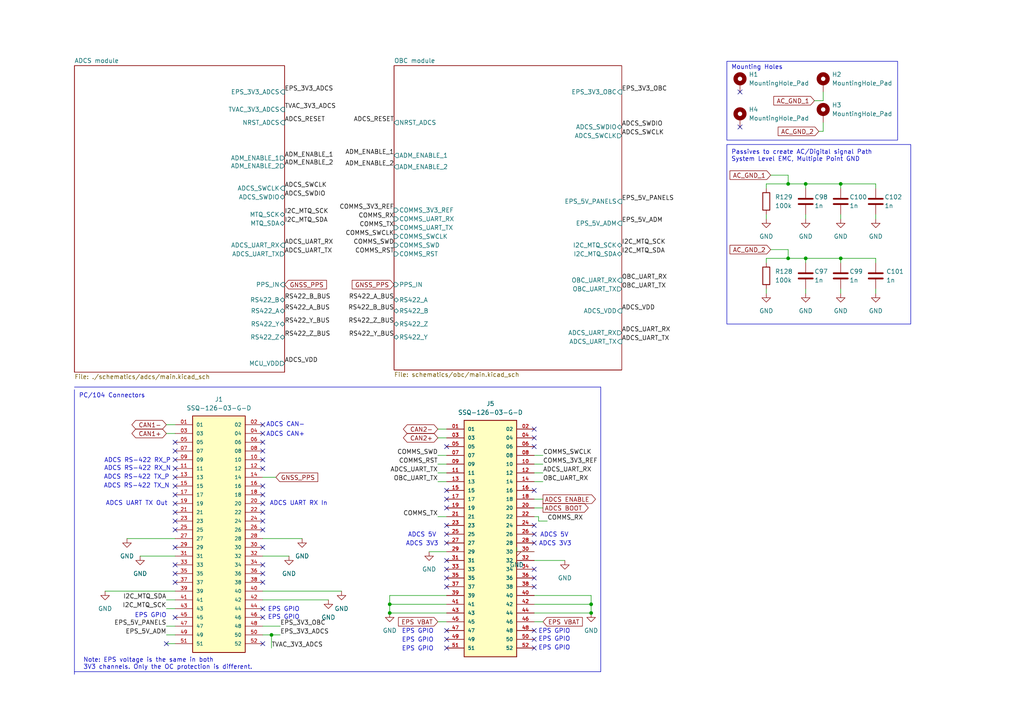
<source format=kicad_sch>
(kicad_sch
	(version 20231120)
	(generator "eeschema")
	(generator_version "8.0")
	(uuid "5e6153e6-2c19-46de-9a8e-b310a2a07861")
	(paper "A4")
	(title_block
		(title "AcubeSAT On-Board Computer")
		(date "2024-10-14")
		(rev "2.1")
		(company "SpaceDot")
		(comment 1 "Flight")
		(comment 2 "FFF REPRESENTATIVE")
	)
	(lib_symbols
		(symbol "Connectors:SSQ-126-03-G-D"
			(pin_names
				(offset 1.016)
			)
			(exclude_from_sim no)
			(in_bom yes)
			(on_board yes)
			(property "Reference" "J"
				(at -7.62 33.782 0)
				(effects
					(font
						(size 1.27 1.27)
					)
					(justify left bottom)
				)
			)
			(property "Value" "SSQ-126-03-G-D"
				(at -8.89 -38.1 0)
				(effects
					(font
						(size 1.27 1.27)
					)
					(justify left bottom)
				)
			)
			(property "Footprint" "SAMTEC_SSQ-126-03-G-D"
				(at 0 0 0)
				(effects
					(font
						(size 1.27 1.27)
					)
					(justify left bottom)
					(hide yes)
				)
			)
			(property "Datasheet" ""
				(at 0 0 0)
				(effects
					(font
						(size 1.27 1.27)
					)
					(justify left bottom)
					(hide yes)
				)
			)
			(property "Description" ""
				(at 0 0 0)
				(effects
					(font
						(size 1.27 1.27)
					)
					(hide yes)
				)
			)
			(property "MANUFACTURER" "SAMTEC"
				(at 0 0 0)
				(effects
					(font
						(size 1.27 1.27)
					)
					(justify left bottom)
					(hide yes)
				)
			)
			(property "STANDARD" "Manufacturer Recommendations"
				(at 0 0 0)
				(effects
					(font
						(size 1.27 1.27)
					)
					(justify left bottom)
					(hide yes)
				)
			)
			(property "PARTREV" "A"
				(at 0 0 0)
				(effects
					(font
						(size 1.27 1.27)
					)
					(justify left bottom)
					(hide yes)
				)
			)
			(property "MAXIMUM_PACKAGE_HEIGHT" "8.81 mm"
				(at 0 0 0)
				(effects
					(font
						(size 1.27 1.27)
					)
					(justify left bottom)
					(hide yes)
				)
			)
			(property "ki_locked" ""
				(at 0 0 0)
				(effects
					(font
						(size 1.27 1.27)
					)
				)
			)
			(symbol "SSQ-126-03-G-D_0_0"
				(rectangle
					(start -7.62 -35.56)
					(end 7.62 33.02)
					(stroke
						(width 0.254)
						(type default)
					)
					(fill
						(type background)
					)
				)
				(pin passive line
					(at -12.7 30.48 0)
					(length 5.08)
					(name "01"
						(effects
							(font
								(size 1.016 1.016)
							)
						)
					)
					(number "01"
						(effects
							(font
								(size 1.016 1.016)
							)
						)
					)
				)
				(pin passive line
					(at 12.7 30.48 180)
					(length 5.08)
					(name "02"
						(effects
							(font
								(size 1.016 1.016)
							)
						)
					)
					(number "02"
						(effects
							(font
								(size 1.016 1.016)
							)
						)
					)
				)
				(pin passive line
					(at -12.7 27.94 0)
					(length 5.08)
					(name "03"
						(effects
							(font
								(size 1.016 1.016)
							)
						)
					)
					(number "03"
						(effects
							(font
								(size 1.016 1.016)
							)
						)
					)
				)
				(pin passive line
					(at 12.7 27.94 180)
					(length 5.08)
					(name "04"
						(effects
							(font
								(size 1.016 1.016)
							)
						)
					)
					(number "04"
						(effects
							(font
								(size 1.016 1.016)
							)
						)
					)
				)
				(pin passive line
					(at -12.7 25.4 0)
					(length 5.08)
					(name "05"
						(effects
							(font
								(size 1.016 1.016)
							)
						)
					)
					(number "05"
						(effects
							(font
								(size 1.016 1.016)
							)
						)
					)
				)
				(pin passive line
					(at 12.7 25.4 180)
					(length 5.08)
					(name "06"
						(effects
							(font
								(size 1.016 1.016)
							)
						)
					)
					(number "06"
						(effects
							(font
								(size 1.016 1.016)
							)
						)
					)
				)
				(pin passive line
					(at -12.7 22.86 0)
					(length 5.08)
					(name "07"
						(effects
							(font
								(size 1.016 1.016)
							)
						)
					)
					(number "07"
						(effects
							(font
								(size 1.016 1.016)
							)
						)
					)
				)
				(pin passive line
					(at 12.7 22.86 180)
					(length 5.08)
					(name "08"
						(effects
							(font
								(size 1.016 1.016)
							)
						)
					)
					(number "08"
						(effects
							(font
								(size 1.016 1.016)
							)
						)
					)
				)
				(pin passive line
					(at -12.7 20.32 0)
					(length 5.08)
					(name "09"
						(effects
							(font
								(size 1.016 1.016)
							)
						)
					)
					(number "09"
						(effects
							(font
								(size 1.016 1.016)
							)
						)
					)
				)
				(pin passive line
					(at 12.7 20.32 180)
					(length 5.08)
					(name "10"
						(effects
							(font
								(size 1.016 1.016)
							)
						)
					)
					(number "10"
						(effects
							(font
								(size 1.016 1.016)
							)
						)
					)
				)
				(pin passive line
					(at -12.7 17.78 0)
					(length 5.08)
					(name "11"
						(effects
							(font
								(size 1.016 1.016)
							)
						)
					)
					(number "11"
						(effects
							(font
								(size 1.016 1.016)
							)
						)
					)
				)
				(pin passive line
					(at 12.7 17.78 180)
					(length 5.08)
					(name "12"
						(effects
							(font
								(size 1.016 1.016)
							)
						)
					)
					(number "12"
						(effects
							(font
								(size 1.016 1.016)
							)
						)
					)
				)
				(pin passive line
					(at -12.7 15.24 0)
					(length 5.08)
					(name "13"
						(effects
							(font
								(size 1.016 1.016)
							)
						)
					)
					(number "13"
						(effects
							(font
								(size 1.016 1.016)
							)
						)
					)
				)
				(pin passive line
					(at 12.7 15.24 180)
					(length 5.08)
					(name "14"
						(effects
							(font
								(size 1.016 1.016)
							)
						)
					)
					(number "14"
						(effects
							(font
								(size 1.016 1.016)
							)
						)
					)
				)
				(pin passive line
					(at -12.7 12.7 0)
					(length 5.08)
					(name "15"
						(effects
							(font
								(size 1.016 1.016)
							)
						)
					)
					(number "15"
						(effects
							(font
								(size 1.016 1.016)
							)
						)
					)
				)
				(pin passive line
					(at 12.7 12.7 180)
					(length 5.08)
					(name "16"
						(effects
							(font
								(size 1.016 1.016)
							)
						)
					)
					(number "16"
						(effects
							(font
								(size 1.016 1.016)
							)
						)
					)
				)
				(pin passive line
					(at -12.7 10.16 0)
					(length 5.08)
					(name "17"
						(effects
							(font
								(size 1.016 1.016)
							)
						)
					)
					(number "17"
						(effects
							(font
								(size 1.016 1.016)
							)
						)
					)
				)
				(pin passive line
					(at 12.7 10.16 180)
					(length 5.08)
					(name "18"
						(effects
							(font
								(size 1.016 1.016)
							)
						)
					)
					(number "18"
						(effects
							(font
								(size 1.016 1.016)
							)
						)
					)
				)
				(pin passive line
					(at -12.7 7.62 0)
					(length 5.08)
					(name "19"
						(effects
							(font
								(size 1.016 1.016)
							)
						)
					)
					(number "19"
						(effects
							(font
								(size 1.016 1.016)
							)
						)
					)
				)
				(pin passive line
					(at 12.7 7.62 180)
					(length 5.08)
					(name "20"
						(effects
							(font
								(size 1.016 1.016)
							)
						)
					)
					(number "20"
						(effects
							(font
								(size 1.016 1.016)
							)
						)
					)
				)
				(pin passive line
					(at -12.7 5.08 0)
					(length 5.08)
					(name "21"
						(effects
							(font
								(size 1.016 1.016)
							)
						)
					)
					(number "21"
						(effects
							(font
								(size 1.016 1.016)
							)
						)
					)
				)
				(pin passive line
					(at 12.7 5.08 180)
					(length 5.08)
					(name "22"
						(effects
							(font
								(size 1.016 1.016)
							)
						)
					)
					(number "22"
						(effects
							(font
								(size 1.016 1.016)
							)
						)
					)
				)
				(pin passive line
					(at -12.7 2.54 0)
					(length 5.08)
					(name "23"
						(effects
							(font
								(size 1.016 1.016)
							)
						)
					)
					(number "23"
						(effects
							(font
								(size 1.016 1.016)
							)
						)
					)
				)
				(pin passive line
					(at 12.7 2.54 180)
					(length 5.08)
					(name "24"
						(effects
							(font
								(size 1.016 1.016)
							)
						)
					)
					(number "24"
						(effects
							(font
								(size 1.016 1.016)
							)
						)
					)
				)
				(pin passive line
					(at -12.7 0 0)
					(length 5.08)
					(name "25"
						(effects
							(font
								(size 1.016 1.016)
							)
						)
					)
					(number "25"
						(effects
							(font
								(size 1.016 1.016)
							)
						)
					)
				)
				(pin passive line
					(at 12.7 0 180)
					(length 5.08)
					(name "26"
						(effects
							(font
								(size 1.016 1.016)
							)
						)
					)
					(number "26"
						(effects
							(font
								(size 1.016 1.016)
							)
						)
					)
				)
				(pin passive line
					(at -12.7 -2.54 0)
					(length 5.08)
					(name "27"
						(effects
							(font
								(size 1.016 1.016)
							)
						)
					)
					(number "27"
						(effects
							(font
								(size 1.016 1.016)
							)
						)
					)
				)
				(pin passive line
					(at 12.7 -2.54 180)
					(length 5.08)
					(name "28"
						(effects
							(font
								(size 1.016 1.016)
							)
						)
					)
					(number "28"
						(effects
							(font
								(size 1.016 1.016)
							)
						)
					)
				)
				(pin passive line
					(at -12.7 -5.08 0)
					(length 5.08)
					(name "29"
						(effects
							(font
								(size 1.016 1.016)
							)
						)
					)
					(number "29"
						(effects
							(font
								(size 1.016 1.016)
							)
						)
					)
				)
				(pin passive line
					(at 12.7 -5.08 180)
					(length 5.08)
					(name "30"
						(effects
							(font
								(size 1.016 1.016)
							)
						)
					)
					(number "30"
						(effects
							(font
								(size 1.016 1.016)
							)
						)
					)
				)
				(pin passive line
					(at -12.7 -7.62 0)
					(length 5.08)
					(name "31"
						(effects
							(font
								(size 1.016 1.016)
							)
						)
					)
					(number "31"
						(effects
							(font
								(size 1.016 1.016)
							)
						)
					)
				)
				(pin passive line
					(at 12.7 -7.62 180)
					(length 5.08)
					(name "32"
						(effects
							(font
								(size 1.016 1.016)
							)
						)
					)
					(number "32"
						(effects
							(font
								(size 1.016 1.016)
							)
						)
					)
				)
				(pin passive line
					(at -12.7 -10.16 0)
					(length 5.08)
					(name "33"
						(effects
							(font
								(size 1.016 1.016)
							)
						)
					)
					(number "33"
						(effects
							(font
								(size 1.016 1.016)
							)
						)
					)
				)
				(pin passive line
					(at 12.7 -10.16 180)
					(length 5.08)
					(name "34"
						(effects
							(font
								(size 1.016 1.016)
							)
						)
					)
					(number "34"
						(effects
							(font
								(size 1.016 1.016)
							)
						)
					)
				)
				(pin passive line
					(at -12.7 -12.7 0)
					(length 5.08)
					(name "35"
						(effects
							(font
								(size 1.016 1.016)
							)
						)
					)
					(number "35"
						(effects
							(font
								(size 1.016 1.016)
							)
						)
					)
				)
				(pin passive line
					(at 12.7 -12.7 180)
					(length 5.08)
					(name "36"
						(effects
							(font
								(size 1.016 1.016)
							)
						)
					)
					(number "36"
						(effects
							(font
								(size 1.016 1.016)
							)
						)
					)
				)
				(pin passive line
					(at -12.7 -15.24 0)
					(length 5.08)
					(name "37"
						(effects
							(font
								(size 1.016 1.016)
							)
						)
					)
					(number "37"
						(effects
							(font
								(size 1.016 1.016)
							)
						)
					)
				)
				(pin passive line
					(at 12.7 -15.24 180)
					(length 5.08)
					(name "38"
						(effects
							(font
								(size 1.016 1.016)
							)
						)
					)
					(number "38"
						(effects
							(font
								(size 1.016 1.016)
							)
						)
					)
				)
				(pin passive line
					(at -12.7 -17.78 0)
					(length 5.08)
					(name "39"
						(effects
							(font
								(size 1.016 1.016)
							)
						)
					)
					(number "39"
						(effects
							(font
								(size 1.016 1.016)
							)
						)
					)
				)
				(pin passive line
					(at 12.7 -17.78 180)
					(length 5.08)
					(name "40"
						(effects
							(font
								(size 1.016 1.016)
							)
						)
					)
					(number "40"
						(effects
							(font
								(size 1.016 1.016)
							)
						)
					)
				)
				(pin passive line
					(at -12.7 -20.32 0)
					(length 5.08)
					(name "41"
						(effects
							(font
								(size 1.016 1.016)
							)
						)
					)
					(number "41"
						(effects
							(font
								(size 1.016 1.016)
							)
						)
					)
				)
				(pin passive line
					(at 12.7 -20.32 180)
					(length 5.08)
					(name "42"
						(effects
							(font
								(size 1.016 1.016)
							)
						)
					)
					(number "42"
						(effects
							(font
								(size 1.016 1.016)
							)
						)
					)
				)
				(pin passive line
					(at -12.7 -22.86 0)
					(length 5.08)
					(name "43"
						(effects
							(font
								(size 1.016 1.016)
							)
						)
					)
					(number "43"
						(effects
							(font
								(size 1.016 1.016)
							)
						)
					)
				)
				(pin passive line
					(at 12.7 -22.86 180)
					(length 5.08)
					(name "44"
						(effects
							(font
								(size 1.016 1.016)
							)
						)
					)
					(number "44"
						(effects
							(font
								(size 1.016 1.016)
							)
						)
					)
				)
				(pin passive line
					(at -12.7 -25.4 0)
					(length 5.08)
					(name "45"
						(effects
							(font
								(size 1.016 1.016)
							)
						)
					)
					(number "45"
						(effects
							(font
								(size 1.016 1.016)
							)
						)
					)
				)
				(pin passive line
					(at 12.7 -25.4 180)
					(length 5.08)
					(name "46"
						(effects
							(font
								(size 1.016 1.016)
							)
						)
					)
					(number "46"
						(effects
							(font
								(size 1.016 1.016)
							)
						)
					)
				)
				(pin passive line
					(at -12.7 -27.94 0)
					(length 5.08)
					(name "47"
						(effects
							(font
								(size 1.016 1.016)
							)
						)
					)
					(number "47"
						(effects
							(font
								(size 1.016 1.016)
							)
						)
					)
				)
				(pin passive line
					(at 12.7 -27.94 180)
					(length 5.08)
					(name "48"
						(effects
							(font
								(size 1.016 1.016)
							)
						)
					)
					(number "48"
						(effects
							(font
								(size 1.016 1.016)
							)
						)
					)
				)
				(pin passive line
					(at -12.7 -30.48 0)
					(length 5.08)
					(name "49"
						(effects
							(font
								(size 1.016 1.016)
							)
						)
					)
					(number "49"
						(effects
							(font
								(size 1.016 1.016)
							)
						)
					)
				)
				(pin passive line
					(at 12.7 -30.48 180)
					(length 5.08)
					(name "50"
						(effects
							(font
								(size 1.016 1.016)
							)
						)
					)
					(number "50"
						(effects
							(font
								(size 1.016 1.016)
							)
						)
					)
				)
				(pin passive line
					(at -12.7 -33.02 0)
					(length 5.08)
					(name "51"
						(effects
							(font
								(size 1.016 1.016)
							)
						)
					)
					(number "51"
						(effects
							(font
								(size 1.016 1.016)
							)
						)
					)
				)
				(pin passive line
					(at 12.7 -33.02 180)
					(length 5.08)
					(name "52"
						(effects
							(font
								(size 1.016 1.016)
							)
						)
					)
					(number "52"
						(effects
							(font
								(size 1.016 1.016)
							)
						)
					)
				)
			)
		)
		(symbol "Device:C"
			(pin_numbers hide)
			(pin_names
				(offset 0.254)
			)
			(exclude_from_sim no)
			(in_bom yes)
			(on_board yes)
			(property "Reference" "C"
				(at 0.635 2.54 0)
				(effects
					(font
						(size 1.27 1.27)
					)
					(justify left)
				)
			)
			(property "Value" "C"
				(at 0.635 -2.54 0)
				(effects
					(font
						(size 1.27 1.27)
					)
					(justify left)
				)
			)
			(property "Footprint" ""
				(at 0.9652 -3.81 0)
				(effects
					(font
						(size 1.27 1.27)
					)
					(hide yes)
				)
			)
			(property "Datasheet" "~"
				(at 0 0 0)
				(effects
					(font
						(size 1.27 1.27)
					)
					(hide yes)
				)
			)
			(property "Description" "Unpolarized capacitor"
				(at 0 0 0)
				(effects
					(font
						(size 1.27 1.27)
					)
					(hide yes)
				)
			)
			(property "ki_keywords" "cap capacitor"
				(at 0 0 0)
				(effects
					(font
						(size 1.27 1.27)
					)
					(hide yes)
				)
			)
			(property "ki_fp_filters" "C_*"
				(at 0 0 0)
				(effects
					(font
						(size 1.27 1.27)
					)
					(hide yes)
				)
			)
			(symbol "C_0_1"
				(polyline
					(pts
						(xy -2.032 -0.762) (xy 2.032 -0.762)
					)
					(stroke
						(width 0.508)
						(type default)
					)
					(fill
						(type none)
					)
				)
				(polyline
					(pts
						(xy -2.032 0.762) (xy 2.032 0.762)
					)
					(stroke
						(width 0.508)
						(type default)
					)
					(fill
						(type none)
					)
				)
			)
			(symbol "C_1_1"
				(pin passive line
					(at 0 3.81 270)
					(length 2.794)
					(name "~"
						(effects
							(font
								(size 1.27 1.27)
							)
						)
					)
					(number "1"
						(effects
							(font
								(size 1.27 1.27)
							)
						)
					)
				)
				(pin passive line
					(at 0 -3.81 90)
					(length 2.794)
					(name "~"
						(effects
							(font
								(size 1.27 1.27)
							)
						)
					)
					(number "2"
						(effects
							(font
								(size 1.27 1.27)
							)
						)
					)
				)
			)
		)
		(symbol "Device:R"
			(pin_numbers hide)
			(pin_names
				(offset 0)
			)
			(exclude_from_sim no)
			(in_bom yes)
			(on_board yes)
			(property "Reference" "R"
				(at 2.032 0 90)
				(effects
					(font
						(size 1.27 1.27)
					)
				)
			)
			(property "Value" "R"
				(at 0 0 90)
				(effects
					(font
						(size 1.27 1.27)
					)
				)
			)
			(property "Footprint" ""
				(at -1.778 0 90)
				(effects
					(font
						(size 1.27 1.27)
					)
					(hide yes)
				)
			)
			(property "Datasheet" "~"
				(at 0 0 0)
				(effects
					(font
						(size 1.27 1.27)
					)
					(hide yes)
				)
			)
			(property "Description" "Resistor"
				(at 0 0 0)
				(effects
					(font
						(size 1.27 1.27)
					)
					(hide yes)
				)
			)
			(property "ki_keywords" "R res resistor"
				(at 0 0 0)
				(effects
					(font
						(size 1.27 1.27)
					)
					(hide yes)
				)
			)
			(property "ki_fp_filters" "R_*"
				(at 0 0 0)
				(effects
					(font
						(size 1.27 1.27)
					)
					(hide yes)
				)
			)
			(symbol "R_0_1"
				(rectangle
					(start -1.016 -2.54)
					(end 1.016 2.54)
					(stroke
						(width 0.254)
						(type default)
					)
					(fill
						(type none)
					)
				)
			)
			(symbol "R_1_1"
				(pin passive line
					(at 0 3.81 270)
					(length 1.27)
					(name "~"
						(effects
							(font
								(size 1.27 1.27)
							)
						)
					)
					(number "1"
						(effects
							(font
								(size 1.27 1.27)
							)
						)
					)
				)
				(pin passive line
					(at 0 -3.81 90)
					(length 1.27)
					(name "~"
						(effects
							(font
								(size 1.27 1.27)
							)
						)
					)
					(number "2"
						(effects
							(font
								(size 1.27 1.27)
							)
						)
					)
				)
			)
		)
		(symbol "Mechanical:MountingHole_Pad"
			(pin_numbers hide)
			(pin_names
				(offset 1.016) hide)
			(exclude_from_sim no)
			(in_bom yes)
			(on_board yes)
			(property "Reference" "H"
				(at 0 6.35 0)
				(effects
					(font
						(size 1.27 1.27)
					)
				)
			)
			(property "Value" "MountingHole_Pad"
				(at 0 4.445 0)
				(effects
					(font
						(size 1.27 1.27)
					)
				)
			)
			(property "Footprint" ""
				(at 0 0 0)
				(effects
					(font
						(size 1.27 1.27)
					)
					(hide yes)
				)
			)
			(property "Datasheet" "~"
				(at 0 0 0)
				(effects
					(font
						(size 1.27 1.27)
					)
					(hide yes)
				)
			)
			(property "Description" "Mounting Hole with connection"
				(at 0 0 0)
				(effects
					(font
						(size 1.27 1.27)
					)
					(hide yes)
				)
			)
			(property "ki_keywords" "mounting hole"
				(at 0 0 0)
				(effects
					(font
						(size 1.27 1.27)
					)
					(hide yes)
				)
			)
			(property "ki_fp_filters" "MountingHole*Pad*"
				(at 0 0 0)
				(effects
					(font
						(size 1.27 1.27)
					)
					(hide yes)
				)
			)
			(symbol "MountingHole_Pad_0_1"
				(circle
					(center 0 1.27)
					(radius 1.27)
					(stroke
						(width 1.27)
						(type default)
					)
					(fill
						(type none)
					)
				)
			)
			(symbol "MountingHole_Pad_1_1"
				(pin input line
					(at 0 -2.54 90)
					(length 2.54)
					(name "1"
						(effects
							(font
								(size 1.27 1.27)
							)
						)
					)
					(number "1"
						(effects
							(font
								(size 1.27 1.27)
							)
						)
					)
				)
			)
		)
		(symbol "power:GND"
			(power)
			(pin_names
				(offset 0)
			)
			(exclude_from_sim no)
			(in_bom yes)
			(on_board yes)
			(property "Reference" "#PWR"
				(at 0 -6.35 0)
				(effects
					(font
						(size 1.27 1.27)
					)
					(hide yes)
				)
			)
			(property "Value" "GND"
				(at 0 -3.81 0)
				(effects
					(font
						(size 1.27 1.27)
					)
				)
			)
			(property "Footprint" ""
				(at 0 0 0)
				(effects
					(font
						(size 1.27 1.27)
					)
					(hide yes)
				)
			)
			(property "Datasheet" ""
				(at 0 0 0)
				(effects
					(font
						(size 1.27 1.27)
					)
					(hide yes)
				)
			)
			(property "Description" "Power symbol creates a global label with name \"GND\" , ground"
				(at 0 0 0)
				(effects
					(font
						(size 1.27 1.27)
					)
					(hide yes)
				)
			)
			(property "ki_keywords" "global power"
				(at 0 0 0)
				(effects
					(font
						(size 1.27 1.27)
					)
					(hide yes)
				)
			)
			(symbol "GND_0_1"
				(polyline
					(pts
						(xy 0 0) (xy 0 -1.27) (xy 1.27 -1.27) (xy 0 -2.54) (xy -1.27 -1.27) (xy 0 -1.27)
					)
					(stroke
						(width 0)
						(type default)
					)
					(fill
						(type none)
					)
				)
			)
			(symbol "GND_1_1"
				(pin power_in line
					(at 0 0 270)
					(length 0) hide
					(name "GND"
						(effects
							(font
								(size 1.27 1.27)
							)
						)
					)
					(number "1"
						(effects
							(font
								(size 1.27 1.27)
							)
						)
					)
				)
			)
		)
	)
	(junction
		(at 228.6 53.34)
		(diameter 0)
		(color 0 0 0 0)
		(uuid "08f8f15a-1d27-4c34-bb7d-d58100afa622")
	)
	(junction
		(at 171.45 175.26)
		(diameter 0)
		(color 0 0 0 0)
		(uuid "18160c35-8acf-40aa-90cb-7b41cd797944")
	)
	(junction
		(at 171.45 177.8)
		(diameter 0)
		(color 0 0 0 0)
		(uuid "2cd417ee-b3e0-413a-b41f-da85354f2826")
	)
	(junction
		(at 113.03 175.26)
		(diameter 0)
		(color 0 0 0 0)
		(uuid "328b4280-5ffc-410a-9293-c233ecf75be5")
	)
	(junction
		(at 243.84 53.34)
		(diameter 0)
		(color 0 0 0 0)
		(uuid "4a7546f6-9c74-4682-9190-bab2d8031a50")
	)
	(junction
		(at 233.68 74.93)
		(diameter 0)
		(color 0 0 0 0)
		(uuid "8830a1a2-a09f-43b2-a5c6-527678a7d85e")
	)
	(junction
		(at 228.6 74.93)
		(diameter 0)
		(color 0 0 0 0)
		(uuid "9305e225-9245-4d96-9e46-486c840902dd")
	)
	(junction
		(at 78.74 184.15)
		(diameter 0)
		(color 0 0 0 0)
		(uuid "c12b7bb7-86e8-4391-aa6c-24f505c0e14e")
	)
	(junction
		(at 243.84 74.93)
		(diameter 0)
		(color 0 0 0 0)
		(uuid "c80f15a2-fb89-443c-95d3-dab4b5053249")
	)
	(junction
		(at 113.03 177.8)
		(diameter 0)
		(color 0 0 0 0)
		(uuid "ca0aeaf4-1912-45b3-aaea-d92e64d38059")
	)
	(junction
		(at 233.68 53.34)
		(diameter 0)
		(color 0 0 0 0)
		(uuid "ea3be483-0729-4cdb-893d-97c37d48437e")
	)
	(no_connect
		(at 154.94 170.18)
		(uuid "06548c8b-a101-4297-b889-c2ebf38f5280")
	)
	(no_connect
		(at 50.8 143.51)
		(uuid "0a99eb82-a0be-469f-a1c2-84209a2766f3")
	)
	(no_connect
		(at 129.54 187.96)
		(uuid "1119e26d-272c-419a-81c0-2535d2a7c855")
	)
	(no_connect
		(at 129.54 154.94)
		(uuid "1398556c-d72b-44e7-adae-4edc44ebe0b0")
	)
	(no_connect
		(at 129.54 147.32)
		(uuid "4797f5b9-061c-44fd-9826-312b2992af9e")
	)
	(no_connect
		(at 154.94 182.88)
		(uuid "56809634-8cab-47a3-b89e-ae08b285142e")
	)
	(no_connect
		(at 50.8 148.59)
		(uuid "6aebd150-800e-472f-8a91-c684b020dbbe")
	)
	(no_connect
		(at 129.54 170.18)
		(uuid "77a3da1c-3ac6-4152-91d0-202191098e1d")
	)
	(no_connect
		(at 76.2 186.69)
		(uuid "785c062c-bd6b-4c96-b612-0aaf4f04384c")
	)
	(no_connect
		(at 129.54 144.78)
		(uuid "8836a52f-0d9f-419e-bf49-6ce83128535f")
	)
	(no_connect
		(at 76.2 148.59)
		(uuid "8ab678bf-ccce-457e-9e09-8c79437e2b2e")
	)
	(no_connect
		(at 154.94 185.42)
		(uuid "8f4a4934-1cfb-4931-9852-6e5e250714f5")
	)
	(no_connect
		(at 214.63 36.83)
		(uuid "96ecc433-68b9-49f2-b55e-967e714b3860")
	)
	(no_connect
		(at 76.2 151.13)
		(uuid "a4402484-9e56-4c75-98f2-663ed96f018e")
	)
	(no_connect
		(at 76.2 179.07)
		(uuid "bac8a249-af14-42b3-80a0-ab2775fca80b")
	)
	(no_connect
		(at 76.2 143.51)
		(uuid "bd8e3ad6-8772-4925-84b4-98b05567bd46")
	)
	(no_connect
		(at 129.54 157.48)
		(uuid "c9ee3278-104d-418c-bc88-068d4bbd7bd1")
	)
	(no_connect
		(at 129.54 162.56)
		(uuid "d7e22837-69ea-4575-a545-d7818727986e")
	)
	(no_connect
		(at 48.26 186.69)
		(uuid "db91878b-59ae-4763-bec5-a3a5807f1e4f")
	)
	(no_connect
		(at 50.8 153.67)
		(uuid "e2a41024-071d-404c-8fa3-1775e884d812")
	)
	(no_connect
		(at 50.8 168.91)
		(uuid "e2a41024-071d-404c-8fa3-1775e884d814")
	)
	(no_connect
		(at 50.8 158.75)
		(uuid "e2a41024-071d-404c-8fa3-1775e884d816")
	)
	(no_connect
		(at 76.2 158.75)
		(uuid "e2a41024-071d-404c-8fa3-1775e884d817")
	)
	(no_connect
		(at 154.94 127)
		(uuid "e2a41024-071d-404c-8fa3-1775e884d819")
	)
	(no_connect
		(at 50.8 128.27)
		(uuid "e2a41024-071d-404c-8fa3-1775e884d81b")
	)
	(no_connect
		(at 50.8 130.81)
		(uuid "e2a41024-071d-404c-8fa3-1775e884d81c")
	)
	(no_connect
		(at 50.8 133.35)
		(uuid "e2a41024-071d-404c-8fa3-1775e884d81d")
	)
	(no_connect
		(at 50.8 135.89)
		(uuid "e2a41024-071d-404c-8fa3-1775e884d81e")
	)
	(no_connect
		(at 50.8 138.43)
		(uuid "e2a41024-071d-404c-8fa3-1775e884d81f")
	)
	(no_connect
		(at 50.8 140.97)
		(uuid "e2a41024-071d-404c-8fa3-1775e884d820")
	)
	(no_connect
		(at 50.8 146.05)
		(uuid "e2a41024-071d-404c-8fa3-1775e884d822")
	)
	(no_connect
		(at 50.8 163.83)
		(uuid "e2a41024-071d-404c-8fa3-1775e884d825")
	)
	(no_connect
		(at 50.8 166.37)
		(uuid "e2a41024-071d-404c-8fa3-1775e884d826")
	)
	(no_connect
		(at 76.2 166.37)
		(uuid "e2a41024-071d-404c-8fa3-1775e884d827")
	)
	(no_connect
		(at 76.2 163.83)
		(uuid "e2a41024-071d-404c-8fa3-1775e884d828")
	)
	(no_connect
		(at 76.2 176.53)
		(uuid "e2a41024-071d-404c-8fa3-1775e884d82a")
	)
	(no_connect
		(at 76.2 168.91)
		(uuid "e2a41024-071d-404c-8fa3-1775e884d82b")
	)
	(no_connect
		(at 76.2 153.67)
		(uuid "e2a41024-071d-404c-8fa3-1775e884d82c")
	)
	(no_connect
		(at 76.2 133.35)
		(uuid "e2a41024-071d-404c-8fa3-1775e884d82e")
	)
	(no_connect
		(at 76.2 140.97)
		(uuid "e2a41024-071d-404c-8fa3-1775e884d82f")
	)
	(no_connect
		(at 76.2 130.81)
		(uuid "e2a41024-071d-404c-8fa3-1775e884d831")
	)
	(no_connect
		(at 76.2 128.27)
		(uuid "e2a41024-071d-404c-8fa3-1775e884d832")
	)
	(no_connect
		(at 76.2 125.73)
		(uuid "e2a41024-071d-404c-8fa3-1775e884d833")
	)
	(no_connect
		(at 76.2 123.19)
		(uuid "e2a41024-071d-404c-8fa3-1775e884d834")
	)
	(no_connect
		(at 76.2 146.05)
		(uuid "e2a41024-071d-404c-8fa3-1775e884d837")
	)
	(no_connect
		(at 129.54 152.4)
		(uuid "e2a41024-071d-404c-8fa3-1775e884d838")
	)
	(no_connect
		(at 129.54 165.1)
		(uuid "e2a41024-071d-404c-8fa3-1775e884d839")
	)
	(no_connect
		(at 129.54 167.64)
		(uuid "e2a41024-071d-404c-8fa3-1775e884d83a")
	)
	(no_connect
		(at 154.94 142.24)
		(uuid "e2a41024-071d-404c-8fa3-1775e884d83f")
	)
	(no_connect
		(at 154.94 129.54)
		(uuid "e2a41024-071d-404c-8fa3-1775e884d844")
	)
	(no_connect
		(at 129.54 129.54)
		(uuid "e2a41024-071d-404c-8fa3-1775e884d845")
	)
	(no_connect
		(at 129.54 142.24)
		(uuid "e2a41024-071d-404c-8fa3-1775e884d84a")
	)
	(no_connect
		(at 154.94 167.64)
		(uuid "e2a41024-071d-404c-8fa3-1775e884d84e")
	)
	(no_connect
		(at 154.94 165.1)
		(uuid "e2a41024-071d-404c-8fa3-1775e884d84f")
	)
	(no_connect
		(at 154.94 152.4)
		(uuid "e2a41024-071d-404c-8fa3-1775e884d851")
	)
	(no_connect
		(at 154.94 157.48)
		(uuid "e51c89b5-c32a-4582-998e-f69490c239df")
	)
	(no_connect
		(at 129.54 185.42)
		(uuid "e6a0eefb-9122-46dd-8a15-07217e80efd8")
	)
	(no_connect
		(at 129.54 182.88)
		(uuid "e7282129-eedb-4735-a343-ecaf390374a4")
	)
	(no_connect
		(at 76.2 135.89)
		(uuid "ebfaa86b-e989-4f22-9f69-21765eb7dec3")
	)
	(no_connect
		(at 214.63 26.67)
		(uuid "ed13c9c5-d9f1-4358-9b9d-27cdb09e7608")
	)
	(no_connect
		(at 50.8 151.13)
		(uuid "f1407516-6b66-40e5-a444-b5129891a263")
	)
	(no_connect
		(at 50.8 179.07)
		(uuid "f6b86c83-74d1-46ed-93a3-a78101e2bd9a")
	)
	(no_connect
		(at 154.94 154.94)
		(uuid "f8d495c8-8836-4e51-8d1d-00dbeaae25c2")
	)
	(no_connect
		(at 154.94 124.46)
		(uuid "f9246aee-7df6-4094-9d12-4035a8de365a")
	)
	(no_connect
		(at 154.94 187.96)
		(uuid "fcb21382-1dc0-4ce7-a14e-5edd7886694e")
	)
	(wire
		(pts
			(xy 171.45 175.26) (xy 171.45 177.8)
		)
		(stroke
			(width 0)
			(type default)
		)
		(uuid "010235c3-ef20-40aa-925d-ef5a0e786d5e")
	)
	(wire
		(pts
			(xy 223.52 50.8) (xy 228.6 50.8)
		)
		(stroke
			(width 0)
			(type default)
		)
		(uuid "0249e5ab-0712-462e-a95f-60c8014a9f98")
	)
	(polyline
		(pts
			(xy 21.59 112.268) (xy 174.244 112.268)
		)
		(stroke
			(width 0)
			(type default)
		)
		(uuid "056788ec-4ecf-4826-b996-bd884a6442a0")
	)
	(wire
		(pts
			(xy 113.03 172.72) (xy 113.03 175.26)
		)
		(stroke
			(width 0)
			(type default)
		)
		(uuid "07e585bf-e5e5-4df3-a295-7f83db30cdfb")
	)
	(wire
		(pts
			(xy 48.26 181.61) (xy 50.8 181.61)
		)
		(stroke
			(width 0)
			(type default)
		)
		(uuid "0802079d-f999-4148-b990-39709e663b98")
	)
	(wire
		(pts
			(xy 157.48 137.16) (xy 154.94 137.16)
		)
		(stroke
			(width 0)
			(type default)
		)
		(uuid "10f39d34-7e21-497c-8418-a001e9ac486a")
	)
	(wire
		(pts
			(xy 127 124.46) (xy 129.54 124.46)
		)
		(stroke
			(width 0)
			(type default)
		)
		(uuid "112a8168-b581-415d-8697-8ad90ddb1642")
	)
	(wire
		(pts
			(xy 76.2 173.99) (xy 95.25 173.99)
		)
		(stroke
			(width 0)
			(type default)
		)
		(uuid "13f0fe92-adfa-40f0-875f-d5c413a1b443")
	)
	(wire
		(pts
			(xy 81.28 181.61) (xy 76.2 181.61)
		)
		(stroke
			(width 0)
			(type default)
		)
		(uuid "1bef2f14-e0e8-4906-9ab0-b73e2f03e6dd")
	)
	(wire
		(pts
			(xy 113.03 175.26) (xy 113.03 177.8)
		)
		(stroke
			(width 0)
			(type default)
		)
		(uuid "1eaa1114-0a45-479c-b1fe-a20b6ae51b63")
	)
	(wire
		(pts
			(xy 127 149.86) (xy 129.54 149.86)
		)
		(stroke
			(width 0)
			(type default)
		)
		(uuid "2308438f-1e82-4a42-97ba-60afd82fbc16")
	)
	(wire
		(pts
			(xy 154.94 175.26) (xy 171.45 175.26)
		)
		(stroke
			(width 0)
			(type default)
		)
		(uuid "27e83ad7-6833-4b0d-8568-75b8fa184af5")
	)
	(wire
		(pts
			(xy 222.25 53.34) (xy 228.6 53.34)
		)
		(stroke
			(width 0)
			(type default)
		)
		(uuid "2a8d32e0-c0fb-40fb-9772-31318e32fd81")
	)
	(wire
		(pts
			(xy 48.26 125.73) (xy 50.8 125.73)
		)
		(stroke
			(width 0)
			(type default)
		)
		(uuid "2cc1149f-2c56-4ec9-96a9-3be6927d8640")
	)
	(wire
		(pts
			(xy 76.2 184.15) (xy 78.74 184.15)
		)
		(stroke
			(width 0)
			(type default)
		)
		(uuid "2eab78a6-0aa1-4c84-a88d-305d3a406271")
	)
	(wire
		(pts
			(xy 48.26 176.53) (xy 50.8 176.53)
		)
		(stroke
			(width 0)
			(type default)
		)
		(uuid "2f7ec9ac-44f5-4f41-a5b4-5129d61a8633")
	)
	(wire
		(pts
			(xy 158.75 151.13) (xy 156.21 151.13)
		)
		(stroke
			(width 0)
			(type default)
		)
		(uuid "30ceafb6-fa1c-45de-985d-de1b31039f9d")
	)
	(wire
		(pts
			(xy 228.6 50.8) (xy 228.6 53.34)
		)
		(stroke
			(width 0)
			(type default)
		)
		(uuid "368bb065-0c70-4bcf-b2ea-db150d87d237")
	)
	(wire
		(pts
			(xy 149.86 160.02) (xy 149.86 158.75)
		)
		(stroke
			(width 0)
			(type default)
		)
		(uuid "3fc2a2f8-4e53-4972-ac4d-ba1231aaf768")
	)
	(polyline
		(pts
			(xy 174.244 194.818) (xy 174.244 112.268)
		)
		(stroke
			(width 0)
			(type default)
		)
		(uuid "40800b4d-424c-4738-8041-4662989d2010")
	)
	(wire
		(pts
			(xy 48.26 123.19) (xy 50.8 123.19)
		)
		(stroke
			(width 0)
			(type default)
		)
		(uuid "42c1c12c-4d1c-46a0-88b6-da9c81792b9c")
	)
	(wire
		(pts
			(xy 238.76 35.56) (xy 238.76 38.1)
		)
		(stroke
			(width 0)
			(type default)
		)
		(uuid "49b1be8a-bd14-4484-b8c1-ae71f21906c5")
	)
	(wire
		(pts
			(xy 157.48 139.7) (xy 154.94 139.7)
		)
		(stroke
			(width 0)
			(type default)
		)
		(uuid "4efd0a1e-ac13-4853-b277-fde2b9872726")
	)
	(wire
		(pts
			(xy 171.45 172.72) (xy 171.45 175.26)
		)
		(stroke
			(width 0)
			(type default)
		)
		(uuid "5108bad7-5650-494b-9023-1f85f4285e4d")
	)
	(wire
		(pts
			(xy 238.76 38.1) (xy 237.49 38.1)
		)
		(stroke
			(width 0)
			(type default)
		)
		(uuid "51980629-72e2-4da8-b45a-b3472c787780")
	)
	(wire
		(pts
			(xy 222.25 74.93) (xy 228.6 74.93)
		)
		(stroke
			(width 0)
			(type default)
		)
		(uuid "562b8354-caf2-4341-8258-7ace1db19d8b")
	)
	(wire
		(pts
			(xy 154.94 177.8) (xy 171.45 177.8)
		)
		(stroke
			(width 0)
			(type default)
		)
		(uuid "57d31e2e-e5df-4ee9-b2b5-e3679cd2fa9b")
	)
	(wire
		(pts
			(xy 129.54 172.72) (xy 113.03 172.72)
		)
		(stroke
			(width 0)
			(type default)
		)
		(uuid "59607257-5afe-42d2-9651-1af06081c83a")
	)
	(wire
		(pts
			(xy 80.01 138.43) (xy 76.2 138.43)
		)
		(stroke
			(width 0)
			(type default)
		)
		(uuid "5e569438-1310-46fa-aac8-082f4be33884")
	)
	(wire
		(pts
			(xy 156.21 149.86) (xy 154.94 149.86)
		)
		(stroke
			(width 0)
			(type default)
		)
		(uuid "652251ee-f9f7-4a6b-9818-c519ff5c9541")
	)
	(wire
		(pts
			(xy 48.26 173.99) (xy 50.8 173.99)
		)
		(stroke
			(width 0)
			(type default)
		)
		(uuid "655e671f-e6fe-4ef7-bf1a-04b89f8d884d")
	)
	(wire
		(pts
			(xy 254 76.2) (xy 254 74.93)
		)
		(stroke
			(width 0)
			(type default)
		)
		(uuid "6560638b-0038-473d-b096-3814eaa81272")
	)
	(wire
		(pts
			(xy 243.84 83.82) (xy 243.84 85.09)
		)
		(stroke
			(width 0)
			(type default)
		)
		(uuid "67388acd-99c9-498b-8606-227d3af4a2b7")
	)
	(wire
		(pts
			(xy 254 83.82) (xy 254 85.09)
		)
		(stroke
			(width 0)
			(type default)
		)
		(uuid "67910f19-593b-4d5e-ac12-e873029b8b9e")
	)
	(wire
		(pts
			(xy 127 180.34) (xy 129.54 180.34)
		)
		(stroke
			(width 0)
			(type default)
		)
		(uuid "6c4db877-4bdc-4183-97cd-3a69957d4abe")
	)
	(polyline
		(pts
			(xy 21.59 194.818) (xy 174.244 194.818)
		)
		(stroke
			(width 0)
			(type default)
		)
		(uuid "6c715627-9fe9-4566-9325-aed34f2a0ebd")
	)
	(wire
		(pts
			(xy 233.68 53.34) (xy 243.84 53.34)
		)
		(stroke
			(width 0)
			(type default)
		)
		(uuid "729b023e-c088-4697-b44b-4ed8780d91b1")
	)
	(wire
		(pts
			(xy 76.2 156.21) (xy 87.63 156.21)
		)
		(stroke
			(width 0)
			(type default)
		)
		(uuid "766f5289-fca5-4792-b2a6-1d7d0ff98ce6")
	)
	(wire
		(pts
			(xy 233.68 62.23) (xy 233.68 63.5)
		)
		(stroke
			(width 0)
			(type default)
		)
		(uuid "78674dd4-578d-415c-b2c7-a25a63c51456")
	)
	(wire
		(pts
			(xy 233.68 83.82) (xy 233.68 85.09)
		)
		(stroke
			(width 0)
			(type default)
		)
		(uuid "79cbc786-4bda-439b-9d61-7d0873f00763")
	)
	(wire
		(pts
			(xy 222.25 63.5) (xy 222.25 62.23)
		)
		(stroke
			(width 0)
			(type default)
		)
		(uuid "7c96f200-afd0-4430-89f4-ff26042bc0d2")
	)
	(wire
		(pts
			(xy 236.22 29.21) (xy 238.76 29.21)
		)
		(stroke
			(width 0)
			(type default)
		)
		(uuid "80a1395e-f4e0-4e36-a104-92417fec3fb7")
	)
	(wire
		(pts
			(xy 222.25 74.93) (xy 222.25 76.2)
		)
		(stroke
			(width 0)
			(type default)
		)
		(uuid "83dc2a4e-3ea8-4b22-b2a5-6795f7b03f77")
	)
	(wire
		(pts
			(xy 36.83 156.21) (xy 50.8 156.21)
		)
		(stroke
			(width 0)
			(type default)
		)
		(uuid "8580c19c-22fa-44f4-a3f8-1ab354e578ad")
	)
	(wire
		(pts
			(xy 127 134.62) (xy 129.54 134.62)
		)
		(stroke
			(width 0)
			(type default)
		)
		(uuid "8829eb2c-c21a-470b-816c-11cfd9ca761a")
	)
	(wire
		(pts
			(xy 222.25 53.34) (xy 222.25 54.61)
		)
		(stroke
			(width 0)
			(type default)
		)
		(uuid "89bb3f17-98b1-466a-bfcd-6270f39f6985")
	)
	(wire
		(pts
			(xy 156.21 151.13) (xy 156.21 149.86)
		)
		(stroke
			(width 0)
			(type default)
		)
		(uuid "9b016d40-d2f0-4583-995f-338c8da04d12")
	)
	(wire
		(pts
			(xy 124.46 160.02) (xy 129.54 160.02)
		)
		(stroke
			(width 0)
			(type default)
		)
		(uuid "9d502018-06d8-4661-883e-0289d12369e6")
	)
	(wire
		(pts
			(xy 243.84 63.5) (xy 243.84 62.23)
		)
		(stroke
			(width 0)
			(type default)
		)
		(uuid "9ea15b2f-ca5f-40fc-b58b-2df5b0d6843a")
	)
	(polyline
		(pts
			(xy 21.59 113.03) (xy 21.59 195.58)
		)
		(stroke
			(width 0)
			(type default)
		)
		(uuid "a67b97a6-51fd-4a32-8231-3fd10436b6ab")
	)
	(wire
		(pts
			(xy 228.6 74.93) (xy 233.68 74.93)
		)
		(stroke
			(width 0)
			(type default)
		)
		(uuid "a7e3bc40-1e38-4ef5-b15c-849224cc51d7")
	)
	(wire
		(pts
			(xy 113.03 177.8) (xy 129.54 177.8)
		)
		(stroke
			(width 0)
			(type default)
		)
		(uuid "a8c0cde5-e4bd-467d-8741-5fd2c5941d29")
	)
	(wire
		(pts
			(xy 254 53.34) (xy 254 54.61)
		)
		(stroke
			(width 0)
			(type default)
		)
		(uuid "acefb3f6-0135-45be-95af-106cfc93d8f0")
	)
	(wire
		(pts
			(xy 76.2 161.29) (xy 83.82 161.29)
		)
		(stroke
			(width 0)
			(type default)
		)
		(uuid "adf77690-b8e3-4b54-ba7b-6d65035b1c63")
	)
	(wire
		(pts
			(xy 233.68 74.93) (xy 243.84 74.93)
		)
		(stroke
			(width 0)
			(type default)
		)
		(uuid "b09c2e23-2f7b-4d76-96ea-f4401ea07376")
	)
	(wire
		(pts
			(xy 223.52 72.39) (xy 228.6 72.39)
		)
		(stroke
			(width 0)
			(type default)
		)
		(uuid "b12c6460-15f8-4580-9a27-5c217fd22687")
	)
	(wire
		(pts
			(xy 228.6 53.34) (xy 233.68 53.34)
		)
		(stroke
			(width 0)
			(type default)
		)
		(uuid "b62f0c75-1bf0-482b-96b8-81d5aa023f0c")
	)
	(wire
		(pts
			(xy 127 137.16) (xy 129.54 137.16)
		)
		(stroke
			(width 0)
			(type default)
		)
		(uuid "b6483556-0faf-4ecf-ab31-1a8d78d3c765")
	)
	(wire
		(pts
			(xy 127 132.08) (xy 129.54 132.08)
		)
		(stroke
			(width 0)
			(type default)
		)
		(uuid "b74a5669-69a0-4ea6-b46a-7dad94bc465c")
	)
	(wire
		(pts
			(xy 78.74 184.15) (xy 78.74 187.96)
		)
		(stroke
			(width 0)
			(type default)
		)
		(uuid "b90f42ee-5605-491e-9b65-d8128c24641d")
	)
	(wire
		(pts
			(xy 154.94 162.56) (xy 163.83 162.56)
		)
		(stroke
			(width 0)
			(type default)
		)
		(uuid "bd0fc04f-650b-4334-9f45-838d0db008a8")
	)
	(wire
		(pts
			(xy 243.84 76.2) (xy 243.84 74.93)
		)
		(stroke
			(width 0)
			(type default)
		)
		(uuid "be245e13-5395-4bdd-8827-2c0ff5b6a21f")
	)
	(wire
		(pts
			(xy 233.68 74.93) (xy 233.68 76.2)
		)
		(stroke
			(width 0)
			(type default)
		)
		(uuid "c067738a-4d91-49ac-8a3e-59f220274d43")
	)
	(wire
		(pts
			(xy 99.06 171.45) (xy 76.2 171.45)
		)
		(stroke
			(width 0)
			(type default)
		)
		(uuid "c4e957cb-aaa3-49dd-b83d-9c41579082f4")
	)
	(wire
		(pts
			(xy 154.94 147.32) (xy 157.48 147.32)
		)
		(stroke
			(width 0)
			(type default)
		)
		(uuid "c59e4bc5-00a6-4194-9a9b-99bb7512f804")
	)
	(wire
		(pts
			(xy 30.48 171.45) (xy 50.8 171.45)
		)
		(stroke
			(width 0)
			(type default)
		)
		(uuid "c5b844ce-c8d9-472c-8b60-3d2745c3f343")
	)
	(wire
		(pts
			(xy 78.74 184.15) (xy 81.28 184.15)
		)
		(stroke
			(width 0)
			(type default)
		)
		(uuid "c9bd43d5-016d-46f8-88ba-9d8dbbc05ded")
	)
	(wire
		(pts
			(xy 127 139.7) (xy 129.54 139.7)
		)
		(stroke
			(width 0)
			(type default)
		)
		(uuid "ca7929ce-c2b2-46cb-93f6-ebfa2afc3bd9")
	)
	(wire
		(pts
			(xy 238.76 26.67) (xy 238.76 29.21)
		)
		(stroke
			(width 0)
			(type default)
		)
		(uuid "ccd2de98-62ed-4fde-b3fa-4a4417a95e31")
	)
	(wire
		(pts
			(xy 157.48 132.08) (xy 154.94 132.08)
		)
		(stroke
			(width 0)
			(type default)
		)
		(uuid "d0b312eb-221a-42dc-a8cc-73b294142224")
	)
	(wire
		(pts
			(xy 222.25 83.82) (xy 222.25 85.09)
		)
		(stroke
			(width 0)
			(type default)
		)
		(uuid "d1be7d5a-c3c6-476b-a1be-75c7bc79ad96")
	)
	(wire
		(pts
			(xy 243.84 53.34) (xy 254 53.34)
		)
		(stroke
			(width 0)
			(type default)
		)
		(uuid "d284ec69-24f1-4ab3-a6d3-fd01e044992c")
	)
	(wire
		(pts
			(xy 154.94 160.02) (xy 149.86 160.02)
		)
		(stroke
			(width 0)
			(type default)
		)
		(uuid "d70ddfc1-c61f-40b1-ba8b-d439560e1d8f")
	)
	(wire
		(pts
			(xy 154.94 144.78) (xy 157.48 144.78)
		)
		(stroke
			(width 0)
			(type default)
		)
		(uuid "d8347cff-4475-4d16-9030-df4218262f0a")
	)
	(wire
		(pts
			(xy 233.68 54.61) (xy 233.68 53.34)
		)
		(stroke
			(width 0)
			(type default)
		)
		(uuid "d8a11205-e334-4383-8e67-bce0953dea20")
	)
	(wire
		(pts
			(xy 48.26 184.15) (xy 50.8 184.15)
		)
		(stroke
			(width 0)
			(type default)
		)
		(uuid "dd470f4d-8554-4fb6-8e5b-b88e7884ea03")
	)
	(wire
		(pts
			(xy 243.84 74.93) (xy 254 74.93)
		)
		(stroke
			(width 0)
			(type default)
		)
		(uuid "e178293c-597b-4b31-87d6-d9a3be9d695d")
	)
	(wire
		(pts
			(xy 48.26 186.69) (xy 50.8 186.69)
		)
		(stroke
			(width 0)
			(type default)
		)
		(uuid "e40a0de0-8c3d-4dcd-9536-74d1e0f23516")
	)
	(wire
		(pts
			(xy 127 127) (xy 129.54 127)
		)
		(stroke
			(width 0)
			(type default)
		)
		(uuid "e44912a8-1f48-477a-b23b-bc93c586e1ce")
	)
	(wire
		(pts
			(xy 129.54 175.26) (xy 113.03 175.26)
		)
		(stroke
			(width 0)
			(type default)
		)
		(uuid "e75d6a40-78d7-430c-a651-68cf3ce6a2b8")
	)
	(wire
		(pts
			(xy 154.94 180.34) (xy 157.48 180.34)
		)
		(stroke
			(width 0)
			(type default)
		)
		(uuid "eb5f407a-2304-4729-a980-780356ba32fc")
	)
	(wire
		(pts
			(xy 254 63.5) (xy 254 62.23)
		)
		(stroke
			(width 0)
			(type default)
		)
		(uuid "eebc0f77-864d-477a-95f0-fd2c49fde772")
	)
	(wire
		(pts
			(xy 228.6 72.39) (xy 228.6 74.93)
		)
		(stroke
			(width 0)
			(type default)
		)
		(uuid "f3e737b9-ed0d-4329-ba7f-8466691a0206")
	)
	(wire
		(pts
			(xy 154.94 172.72) (xy 171.45 172.72)
		)
		(stroke
			(width 0)
			(type default)
		)
		(uuid "f956001d-9ed3-4bfa-83ba-948e0c6def14")
	)
	(wire
		(pts
			(xy 157.48 134.62) (xy 154.94 134.62)
		)
		(stroke
			(width 0)
			(type default)
		)
		(uuid "fa387a56-fda5-45d5-823e-dd5a7829559c")
	)
	(wire
		(pts
			(xy 243.84 54.61) (xy 243.84 53.34)
		)
		(stroke
			(width 0)
			(type default)
		)
		(uuid "fbdfbcbb-a118-4ccd-8447-6366d883bca0")
	)
	(wire
		(pts
			(xy 40.64 161.29) (xy 50.8 161.29)
		)
		(stroke
			(width 0)
			(type default)
		)
		(uuid "ff81d0a6-a676-4fb6-b4b1-c5a2a5735a2b")
	)
	(rectangle
		(start 210.82 41.91)
		(end 264.16 93.98)
		(stroke
			(width 0)
			(type default)
		)
		(fill
			(type none)
		)
		(uuid 12dde6ce-63f0-427f-9b5d-1d186ac03b15)
	)
	(rectangle
		(start 210.82 17.78)
		(end 260.35 40.64)
		(stroke
			(width 0)
			(type default)
		)
		(fill
			(type none)
		)
		(uuid 7cf284ea-df02-4a19-874a-120c2d64d3bf)
	)
	(text "ADCS RS-422 TX_P\n\n"
		(exclude_from_sim no)
		(at 39.624 139.446 0)
		(effects
			(font
				(size 1.27 1.27)
			)
		)
		(uuid "1d3f5aa5-c759-4fca-a119-7c2f73625554")
	)
	(text "EPS GPIO"
		(exclude_from_sim no)
		(at 121.158 183.134 0)
		(effects
			(font
				(size 1.27 1.27)
			)
		)
		(uuid "20c23a17-f266-49a5-a93d-da26fecd4a5a")
	)
	(text "EPS GPIO"
		(exclude_from_sim no)
		(at 121.158 185.674 0)
		(effects
			(font
				(size 1.27 1.27)
			)
		)
		(uuid "39b9ea27-7e3a-46cd-adc9-a0b089cecc2e")
	)
	(text "ADCS 3V3"
		(exclude_from_sim no)
		(at 122.428 157.734 0)
		(effects
			(font
				(size 1.27 1.27)
			)
		)
		(uuid "49a1297a-96c8-4a05-9cce-fc3d8800ebda")
	)
	(text "EPS GPIO"
		(exclude_from_sim no)
		(at 160.782 187.96 0)
		(effects
			(font
				(size 1.27 1.27)
			)
		)
		(uuid "555594b0-c676-405a-8341-4c31fcef138d")
	)
	(text "ADCS 5V"
		(exclude_from_sim no)
		(at 122.428 155.194 0)
		(effects
			(font
				(size 1.27 1.27)
			)
		)
		(uuid "58c6adea-aed6-4e5a-87b5-c53c63fc7fee")
	)
	(text "Note: EPS voltage is the same in both \n3V3 channels. Only the OC protection is different."
		(exclude_from_sim no)
		(at 24.13 194.31 0)
		(effects
			(font
				(size 1.27 1.27)
			)
			(justify left bottom)
		)
		(uuid "612c5a90-9b73-4ca4-84a8-fe702f218ebb")
	)
	(text "Mounting Holes"
		(exclude_from_sim no)
		(at 212.09 20.32 0)
		(effects
			(font
				(size 1.27 1.27)
			)
			(justify left bottom)
		)
		(uuid "67aa877c-14f4-427a-abba-0791431a86e1")
	)
	(text "EPS GPIO"
		(exclude_from_sim no)
		(at 43.688 178.562 0)
		(effects
			(font
				(size 1.27 1.27)
			)
		)
		(uuid "6ca43131-daec-4138-a201-2c1bdad0c20d")
	)
	(text "ADCS CAN+\n"
		(exclude_from_sim no)
		(at 82.804 125.984 0)
		(effects
			(font
				(size 1.27 1.27)
			)
		)
		(uuid "757e525f-fd4a-4162-b99a-e764993d33e8")
	)
	(text "ADCS 5V"
		(exclude_from_sim no)
		(at 160.782 155.194 0)
		(effects
			(font
				(size 1.27 1.27)
			)
		)
		(uuid "78a046be-17f0-4cee-b386-2cd756db335d")
	)
	(text "EPS GPIO"
		(exclude_from_sim no)
		(at 160.782 185.42 0)
		(effects
			(font
				(size 1.27 1.27)
			)
		)
		(uuid "897a3f5a-deae-4cbe-8f92-e3211de81781")
	)
	(text "PC/104 Connectors"
		(exclude_from_sim no)
		(at 22.86 115.57 0)
		(effects
			(font
				(size 1.27 1.27)
			)
			(justify left bottom)
		)
		(uuid "9e5fe65d-f158-4eb5-af93-2b5d0b9a0d55")
	)
	(text "ADCS RS-422 RX_P\n"
		(exclude_from_sim no)
		(at 39.878 133.604 0)
		(effects
			(font
				(size 1.27 1.27)
			)
		)
		(uuid "a1d07abc-9f0c-4753-ac97-27fba1d490b1")
	)
	(text "Passives to create AC/Digital signal Path\nSystem Level EMC, Multiple Point GND"
		(exclude_from_sim no)
		(at 212.09 46.99 0)
		(effects
			(font
				(size 1.27 1.27)
			)
			(justify left bottom)
		)
		(uuid "c084f5e4-2834-49d4-876d-2924f5c741a3")
	)
	(text "ADCS 3V3\n"
		(exclude_from_sim no)
		(at 161.036 157.734 0)
		(effects
			(font
				(size 1.27 1.27)
			)
		)
		(uuid "c091dd07-30ec-43aa-970f-181fa5c4cc09")
	)
	(text "EPS GPIO"
		(exclude_from_sim no)
		(at 82.296 179.07 0)
		(effects
			(font
				(size 1.27 1.27)
			)
		)
		(uuid "c8e7225e-138c-4616-8285-07fb84533cdb")
	)
	(text "ADCS CAN-"
		(exclude_from_sim no)
		(at 82.804 123.19 0)
		(effects
			(font
				(size 1.27 1.27)
			)
		)
		(uuid "cbc8e51f-67b6-4974-b80c-441b9ca779d2")
	)
	(text "EPS GPIO"
		(exclude_from_sim no)
		(at 160.782 183.134 0)
		(effects
			(font
				(size 1.27 1.27)
			)
		)
		(uuid "d8574ee0-73e7-4025-ae8f-efd50dcf9df6")
	)
	(text "EPS GPIO"
		(exclude_from_sim no)
		(at 121.158 188.214 0)
		(effects
			(font
				(size 1.27 1.27)
			)
		)
		(uuid "db5023b1-9873-42ed-b9f1-91306fa29f74")
	)
	(text "ADCS UART TX Out\n"
		(exclude_from_sim no)
		(at 39.624 146.05 0)
		(effects
			(font
				(size 1.27 1.27)
			)
		)
		(uuid "e06dc299-c775-484f-a1d4-47e095e5b14e")
	)
	(text "ADCS UART RX In\n"
		(exclude_from_sim no)
		(at 86.614 146.05 0)
		(effects
			(font
				(size 1.27 1.27)
			)
		)
		(uuid "ed7eab6c-1a35-4e89-8205-448780e5ded7")
	)
	(text "EPS GPIO"
		(exclude_from_sim no)
		(at 82.296 176.784 0)
		(effects
			(font
				(size 1.27 1.27)
			)
		)
		(uuid "ee2ea5d1-2be4-4a7c-a3a9-fdba13887b92")
	)
	(text "ADCS RS-422 RX_N\n\n"
		(exclude_from_sim no)
		(at 39.878 136.906 0)
		(effects
			(font
				(size 1.27 1.27)
			)
		)
		(uuid "f3b2009a-8dba-4f97-9286-044734d32ac1")
	)
	(text "ADCS RS-422 TX_N\n"
		(exclude_from_sim no)
		(at 39.624 140.97 0)
		(effects
			(font
				(size 1.27 1.27)
			)
		)
		(uuid "fbec95a1-5365-4578-9125-f7c25422d786")
	)
	(label "ADCS_UART_RX"
		(at 82.55 71.12 0)
		(fields_autoplaced yes)
		(effects
			(font
				(size 1.27 1.27)
			)
			(justify left bottom)
		)
		(uuid "00e39da0-4b3e-4884-a91e-86d729914953")
	)
	(label "ADCS_UART_TX"
		(at 180.34 99.06 0)
		(fields_autoplaced yes)
		(effects
			(font
				(size 1.27 1.27)
			)
			(justify left bottom)
		)
		(uuid "047f0f79-af55-4dcd-b427-dac15a6e32d6")
	)
	(label "ADCS_RESET"
		(at 82.55 35.56 0)
		(fields_autoplaced yes)
		(effects
			(font
				(size 1.27 1.27)
			)
			(justify left bottom)
		)
		(uuid "07329d91-af6d-4880-be1c-c20a7c6e9915")
	)
	(label "COMMS_3V3_REF"
		(at 114.3 60.96 180)
		(fields_autoplaced yes)
		(effects
			(font
				(size 1.27 1.27)
			)
			(justify right bottom)
		)
		(uuid "079e61e4-9eba-4fb7-ad50-1fb001e63e22")
	)
	(label "I2C_MTQ_SDA"
		(at 48.26 173.99 180)
		(fields_autoplaced yes)
		(effects
			(font
				(size 1.27 1.27)
			)
			(justify right bottom)
		)
		(uuid "18b6dcb6-5ab3-481b-b998-33e8cf6d281f")
	)
	(label "ADCS_UART_TX"
		(at 127 137.16 180)
		(fields_autoplaced yes)
		(effects
			(font
				(size 1.27 1.27)
			)
			(justify right bottom)
		)
		(uuid "1c258fb6-2a46-418a-8016-cf85678bb33f")
	)
	(label "ADCS_SWDIO"
		(at 82.55 57.15 0)
		(fields_autoplaced yes)
		(effects
			(font
				(size 1.27 1.27)
			)
			(justify left bottom)
		)
		(uuid "21234e24-814f-4935-84ff-ac426e2e8e9f")
	)
	(label "OBC_UART_RX"
		(at 180.34 81.28 0)
		(fields_autoplaced yes)
		(effects
			(font
				(size 1.27 1.27)
			)
			(justify left bottom)
		)
		(uuid "223696d2-ca83-4315-8539-c790bb4d01ff")
	)
	(label "TVAC_3V3_ADCS"
		(at 78.74 187.96 0)
		(fields_autoplaced yes)
		(effects
			(font
				(size 1.27 1.27)
			)
			(justify left bottom)
		)
		(uuid "258f14ae-235b-443f-889f-4cd3c6e6a768")
	)
	(label "ADCS_UART_TX"
		(at 82.55 73.66 0)
		(fields_autoplaced yes)
		(effects
			(font
				(size 1.27 1.27)
			)
			(justify left bottom)
		)
		(uuid "25ca9482-069d-43de-b77e-6f2ad77fa017")
	)
	(label "ADCS_SWCLK"
		(at 180.34 39.37 0)
		(fields_autoplaced yes)
		(effects
			(font
				(size 1.27 1.27)
			)
			(justify left bottom)
		)
		(uuid "2e17e476-ceb4-4c39-ae24-633f04a8ca39")
	)
	(label "COMMS_TX"
		(at 114.3 66.04 180)
		(fields_autoplaced yes)
		(effects
			(font
				(size 1.27 1.27)
			)
			(justify right bottom)
		)
		(uuid "2e38fea7-5259-4950-b9e6-8a84af86df79")
	)
	(label "ADM_ENABLE_1"
		(at 82.55 45.847 0)
		(fields_autoplaced yes)
		(effects
			(font
				(size 1.27 1.27)
			)
			(justify left bottom)
		)
		(uuid "3270205f-a879-472a-b020-54220020e499")
	)
	(label "EPS_3V3_OBC"
		(at 81.28 181.61 0)
		(fields_autoplaced yes)
		(effects
			(font
				(size 1.27 1.27)
			)
			(justify left bottom)
		)
		(uuid "332a4a0e-1458-482c-bede-5ae48154fc47")
	)
	(label "EPS_3V3_ADCS"
		(at 82.55 26.67 0)
		(fields_autoplaced yes)
		(effects
			(font
				(size 1.27 1.27)
			)
			(justify left bottom)
		)
		(uuid "3d128623-4e45-4ca3-aa39-39a9d24aaa2e")
	)
	(label "EPS_5V_PANELS"
		(at 180.34 58.42 0)
		(fields_autoplaced yes)
		(effects
			(font
				(size 1.27 1.27)
			)
			(justify left bottom)
		)
		(uuid "43fe5e47-d458-4eaa-b1d9-aa719ad0b57d")
	)
	(label "RS422_B_BUS"
		(at 114.3 90.17 180)
		(fields_autoplaced yes)
		(effects
			(font
				(size 1.27 1.27)
			)
			(justify right bottom)
		)
		(uuid "4456262e-aec1-4b7d-bcef-a58246bb83d4")
	)
	(label "EPS_5V_ADM"
		(at 48.26 184.15 180)
		(fields_autoplaced yes)
		(effects
			(font
				(size 1.27 1.27)
			)
			(justify right bottom)
		)
		(uuid "469365e7-eb31-41be-9885-630bbc428a69")
	)
	(label "ADCS_SWDIO"
		(at 180.34 36.83 0)
		(fields_autoplaced yes)
		(effects
			(font
				(size 1.27 1.27)
			)
			(justify left bottom)
		)
		(uuid "481c4758-04a2-4a0b-8881-39e2cb318bd9")
	)
	(label "RS422_Y_BUS"
		(at 114.3 97.79 180)
		(fields_autoplaced yes)
		(effects
			(font
				(size 1.27 1.27)
			)
			(justify right bottom)
		)
		(uuid "48951fe3-3b19-44be-aa36-9a96187cf2da")
	)
	(label "ADCS_VDD"
		(at 180.34 90.17 0)
		(fields_autoplaced yes)
		(effects
			(font
				(size 1.27 1.27)
			)
			(justify left bottom)
		)
		(uuid "48dd4829-6ce9-4573-ac53-ce58714013d7")
	)
	(label "COMMS_RX"
		(at 114.3 63.5 180)
		(fields_autoplaced yes)
		(effects
			(font
				(size 1.27 1.27)
			)
			(justify right bottom)
		)
		(uuid "49ae3818-028b-4f15-aa6d-80ddbdffb2f3")
	)
	(label "OBC_UART_TX"
		(at 127 139.7 180)
		(fields_autoplaced yes)
		(effects
			(font
				(size 1.27 1.27)
			)
			(justify right bottom)
		)
		(uuid "4cfdedad-6aee-47ce-8c5a-e78b69876b41")
	)
	(label "OBC_UART_TX"
		(at 180.34 83.82 0)
		(fields_autoplaced yes)
		(effects
			(font
				(size 1.27 1.27)
			)
			(justify left bottom)
		)
		(uuid "4fd12651-470a-4d8e-a997-e23b965767cc")
	)
	(label "ADCS_UART_RX"
		(at 157.48 137.16 0)
		(fields_autoplaced yes)
		(effects
			(font
				(size 1.27 1.27)
			)
			(justify left bottom)
		)
		(uuid "52a54160-37a3-4e38-afc3-bdadad9b6f02")
	)
	(label "ADCS_SWCLK"
		(at 82.55 54.61 0)
		(fields_autoplaced yes)
		(effects
			(font
				(size 1.27 1.27)
			)
			(justify left bottom)
		)
		(uuid "54e843eb-d8f9-4617-bce5-3815612ab8e0")
	)
	(label "ADCS_VDD"
		(at 82.55 105.41 0)
		(fields_autoplaced yes)
		(effects
			(font
				(size 1.27 1.27)
			)
			(justify left bottom)
		)
		(uuid "56eafac8-99f3-4dee-92f6-6f8a76f4fd7b")
	)
	(label "COMMS_RST"
		(at 114.3 73.66 180)
		(fields_autoplaced yes)
		(effects
			(font
				(size 1.27 1.27)
			)
			(justify right bottom)
		)
		(uuid "586d36f5-9eb5-4110-a225-6c66a306c51f")
	)
	(label "RS422_Z_BUS"
		(at 114.3 93.98 180)
		(fields_autoplaced yes)
		(effects
			(font
				(size 1.27 1.27)
			)
			(justify right bottom)
		)
		(uuid "5c1cf42d-a2d6-47ff-b8dc-98bf0a96c558")
	)
	(label "RS422_Y_BUS"
		(at 82.55 93.98 0)
		(fields_autoplaced yes)
		(effects
			(font
				(size 1.27 1.27)
			)
			(justify left bottom)
		)
		(uuid "7350ee26-a647-4b81-abc0-4877573c5b1b")
	)
	(label "TVAC_3V3_ADCS"
		(at 82.55 31.75 0)
		(fields_autoplaced yes)
		(effects
			(font
				(size 1.27 1.27)
			)
			(justify left bottom)
		)
		(uuid "7eb0f673-aaba-42ed-8192-820f76f7d240")
	)
	(label "COMMS_TX"
		(at 127 149.86 180)
		(fields_autoplaced yes)
		(effects
			(font
				(size 1.27 1.27)
			)
			(justify right bottom)
		)
		(uuid "83ecb82a-6314-4d5e-82b2-0e3773868af3")
	)
	(label "EPS_3V3_OBC"
		(at 180.34 26.67 0)
		(fields_autoplaced yes)
		(effects
			(font
				(size 1.27 1.27)
			)
			(justify left bottom)
		)
		(uuid "84f213f6-06c4-4c6f-995a-f2ee2843a6a1")
	)
	(label "EPS_5V_ADM"
		(at 180.34 64.77 0)
		(fields_autoplaced yes)
		(effects
			(font
				(size 1.27 1.27)
			)
			(justify left bottom)
		)
		(uuid "8c580d8d-953d-4809-8e60-69f50155eac7")
	)
	(label "I2C_MTQ_SCK"
		(at 180.34 71.12 0)
		(fields_autoplaced yes)
		(effects
			(font
				(size 1.27 1.27)
			)
			(justify left bottom)
		)
		(uuid "8e99c9c4-fb44-433f-801a-7b31274b506a")
	)
	(label "I2C_MTQ_SDA"
		(at 82.55 64.77 0)
		(fields_autoplaced yes)
		(effects
			(font
				(size 1.27 1.27)
			)
			(justify left bottom)
		)
		(uuid "93736ead-5b68-40de-ade8-20d99fb0b493")
	)
	(label "COMMS_RX"
		(at 158.75 151.13 0)
		(fields_autoplaced yes)
		(effects
			(font
				(size 1.27 1.27)
			)
			(justify left bottom)
		)
		(uuid "94c493e4-757e-438a-99d4-0a2829913cb5")
	)
	(label "RS422_B_BUS"
		(at 82.55 86.995 0)
		(fields_autoplaced yes)
		(effects
			(font
				(size 1.27 1.27)
			)
			(justify left bottom)
		)
		(uuid "9d19c44d-6673-4968-b6fd-48dca0a64016")
	)
	(label "ADCS_UART_RX"
		(at 180.34 96.52 0)
		(fields_autoplaced yes)
		(effects
			(font
				(size 1.27 1.27)
			)
			(justify left bottom)
		)
		(uuid "9ed7af2b-5a2e-4bfc-8eda-f7cf7da2a241")
	)
	(label "ADCS_RESET"
		(at 114.3 35.56 180)
		(fields_autoplaced yes)
		(effects
			(font
				(size 1.27 1.27)
			)
			(justify right bottom)
		)
		(uuid "a185a7d7-5211-4f45-a52d-54f7662d5e54")
	)
	(label "I2C_MTQ_SDA"
		(at 180.34 73.66 0)
		(fields_autoplaced yes)
		(effects
			(font
				(size 1.27 1.27)
			)
			(justify left bottom)
		)
		(uuid "a5153000-f0e8-4068-a295-d07ab8639e81")
	)
	(label "COMMS_SWD"
		(at 114.3 71.12 180)
		(fields_autoplaced yes)
		(effects
			(font
				(size 1.27 1.27)
			)
			(justify right bottom)
		)
		(uuid "b0afcdcc-08c5-4b84-bac4-c5b8717225be")
	)
	(label "COMMS_3V3_REF"
		(at 157.48 134.62 0)
		(fields_autoplaced yes)
		(effects
			(font
				(size 1.27 1.27)
			)
			(justify left bottom)
		)
		(uuid "b53d16c1-e6af-4df6-a8c0-35d5718b112d")
	)
	(label "I2C_MTQ_SCK"
		(at 82.55 62.23 0)
		(fields_autoplaced yes)
		(effects
			(font
				(size 1.27 1.27)
			)
			(justify left bottom)
		)
		(uuid "bcab6569-37d6-4555-9d29-d71ee070c5ed")
	)
	(label "RS422_Z_BUS"
		(at 82.55 97.79 0)
		(fields_autoplaced yes)
		(effects
			(font
				(size 1.27 1.27)
			)
			(justify left bottom)
		)
		(uuid "c5a9abb3-eebc-41fa-9139-f755efedebdd")
	)
	(label "OBC_UART_RX"
		(at 157.48 139.7 0)
		(fields_autoplaced yes)
		(effects
			(font
				(size 1.27 1.27)
			)
			(justify left bottom)
		)
		(uuid "c64f82f8-fa06-44f6-8ea1-79dba2275c9e")
	)
	(label "EPS_3V3_ADCS"
		(at 81.28 184.15 0)
		(fields_autoplaced yes)
		(effects
			(font
				(size 1.27 1.27)
			)
			(justify left bottom)
		)
		(uuid "c7d71ae4-ee2f-4847-9ece-16a418fcdb38")
	)
	(label "RS422_A_BUS"
		(at 114.3 86.995 180)
		(fields_autoplaced yes)
		(effects
			(font
				(size 1.27 1.27)
			)
			(justify right bottom)
		)
		(uuid "d747057d-f995-4ebc-b85c-1ee643ff3ac9")
	)
	(label "COMMS_RST"
		(at 127 134.62 180)
		(fields_autoplaced yes)
		(effects
			(font
				(size 1.27 1.27)
			)
			(justify right bottom)
		)
		(uuid "d9725e22-2d40-4816-af0d-815486782c1f")
	)
	(label "COMMS_SWCLK"
		(at 114.3 68.58 180)
		(fields_autoplaced yes)
		(effects
			(font
				(size 1.27 1.27)
			)
			(justify right bottom)
		)
		(uuid "dcbb53a7-2fa4-442e-9bb3-5a0159a1e595")
	)
	(label "COMMS_SWCLK"
		(at 157.48 132.08 0)
		(fields_autoplaced yes)
		(effects
			(font
				(size 1.27 1.27)
			)
			(justify left bottom)
		)
		(uuid "e1cfdbec-3f5b-4008-9135-f591b19059dc")
	)
	(label "ADM_ENABLE_2"
		(at 114.3 48.387 180)
		(fields_autoplaced yes)
		(effects
			(font
				(size 1.27 1.27)
			)
			(justify right bottom)
		)
		(uuid "e5ad0513-a52c-43f2-b659-4971ce76eab4")
	)
	(label "EPS_5V_PANELS"
		(at 48.26 181.61 180)
		(fields_autoplaced yes)
		(effects
			(font
				(size 1.27 1.27)
			)
			(justify right bottom)
		)
		(uuid "e8274862-c966-456a-98d5-9c42f72963c1")
	)
	(label "RS422_A_BUS"
		(at 82.55 90.17 0)
		(fields_autoplaced yes)
		(effects
			(font
				(size 1.27 1.27)
			)
			(justify left bottom)
		)
		(uuid "edd1e9b8-fda2-4c0c-80ab-4360b4bf270c")
	)
	(label "ADM_ENABLE_2"
		(at 82.55 48.133 0)
		(fields_autoplaced yes)
		(effects
			(font
				(size 1.27 1.27)
			)
			(justify left bottom)
		)
		(uuid "f5d68e5e-38d5-40f8-a322-fa26f31cd929")
	)
	(label "ADM_ENABLE_1"
		(at 114.3 45.085 180)
		(fields_autoplaced yes)
		(effects
			(font
				(size 1.27 1.27)
			)
			(justify right bottom)
		)
		(uuid "f9dc05c5-131d-49fc-9ade-c1bd70c1f180")
	)
	(label "I2C_MTQ_SCK"
		(at 48.26 176.53 180)
		(fields_autoplaced yes)
		(effects
			(font
				(size 1.27 1.27)
			)
			(justify right bottom)
		)
		(uuid "fa16f237-4e21-4b18-8c54-f7de4e62bbb6")
	)
	(label "COMMS_SWD"
		(at 127 132.08 180)
		(fields_autoplaced yes)
		(effects
			(font
				(size 1.27 1.27)
			)
			(justify right bottom)
		)
		(uuid "fbdde718-3e36-4289-9c0b-81a152cc1a1f")
	)
	(global_label "EPS VBAT"
		(shape input)
		(at 127 180.34 180)
		(fields_autoplaced yes)
		(effects
			(font
				(size 1.27 1.27)
			)
			(justify right)
		)
		(uuid "2315ae98-6728-40d7-8d1e-dc1ce0fa90ac")
		(property "Intersheetrefs" "${INTERSHEET_REFS}"
			(at 115.6581 180.34 0)
			(effects
				(font
					(size 1.27 1.27)
				)
				(justify right)
				(hide yes)
			)
		)
	)
	(global_label "AC_GND_2"
		(shape input)
		(at 223.52 72.39 180)
		(fields_autoplaced yes)
		(effects
			(font
				(size 1.27 1.27)
			)
			(justify right)
		)
		(uuid "28efb8af-9fa3-44d8-b4da-b15d0be6cc2f")
		(property "Intersheetrefs" "${INTERSHEET_REFS}"
			(at 211.822 72.3106 0)
			(effects
				(font
					(size 1.27 1.27)
				)
				(justify right)
				(hide yes)
			)
		)
	)
	(global_label "CAN2+"
		(shape bidirectional)
		(at 127 127 180)
		(fields_autoplaced yes)
		(effects
			(font
				(size 1.27 1.27)
			)
			(justify right)
		)
		(uuid "49488c82-6277-4d05-a051-6a9df142c373")
		(property "Intersheetrefs" "${INTERSHEET_REFS}"
			(at 118.2048 126.9206 0)
			(effects
				(font
					(size 1.27 1.27)
				)
				(justify right)
				(hide yes)
			)
		)
	)
	(global_label "ADCS BOOT"
		(shape output)
		(at 157.48 147.32 0)
		(fields_autoplaced yes)
		(effects
			(font
				(size 1.27 1.27)
			)
			(justify left)
		)
		(uuid "4fb52f96-571f-4468-a2bb-3a8eda3d278d")
		(property "Intersheetrefs" "${INTERSHEET_REFS}"
			(at 170.5153 147.32 0)
			(effects
				(font
					(size 1.27 1.27)
				)
				(justify left)
				(hide yes)
			)
		)
	)
	(global_label "ADCS ENABLE"
		(shape output)
		(at 157.48 144.78 0)
		(fields_autoplaced yes)
		(effects
			(font
				(size 1.27 1.27)
			)
			(justify left)
		)
		(uuid "544a36da-b6e0-4551-889f-8e297fe4b207")
		(property "Intersheetrefs" "${INTERSHEET_REFS}"
			(at 172.6319 144.78 0)
			(effects
				(font
					(size 1.27 1.27)
				)
				(justify left)
				(hide yes)
			)
		)
	)
	(global_label "AC_GND_1"
		(shape input)
		(at 223.52 50.8 180)
		(fields_autoplaced yes)
		(effects
			(font
				(size 1.27 1.27)
			)
			(justify right)
		)
		(uuid "555a74c7-8a94-46d3-adcc-6d097e0c48ff")
		(property "Intersheetrefs" "${INTERSHEET_REFS}"
			(at 211.822 50.7206 0)
			(effects
				(font
					(size 1.27 1.27)
				)
				(justify right)
				(hide yes)
			)
		)
	)
	(global_label "CAN1+"
		(shape bidirectional)
		(at 48.26 125.73 180)
		(fields_autoplaced yes)
		(effects
			(font
				(size 1.27 1.27)
			)
			(justify right)
		)
		(uuid "58cc7831-f944-4d33-8c61-2fd5bebc61e0")
		(property "Intersheetrefs" "${INTERSHEET_REFS}"
			(at 39.4648 125.6506 0)
			(effects
				(font
					(size 1.27 1.27)
				)
				(justify right)
				(hide yes)
			)
		)
	)
	(global_label "GNSS_PPS"
		(shape input)
		(at 114.3 82.55 180)
		(fields_autoplaced yes)
		(effects
			(font
				(size 1.27 1.27)
			)
			(justify right)
		)
		(uuid "599600cf-b90a-439d-93eb-a05231f1be92")
		(property "Intersheetrefs" "${INTERSHEET_REFS}"
			(at 102.2324 82.55 0)
			(effects
				(font
					(size 1.27 1.27)
				)
				(justify right)
				(hide yes)
			)
		)
	)
	(global_label "EPS VBAT"
		(shape input)
		(at 157.48 180.34 0)
		(fields_autoplaced yes)
		(effects
			(font
				(size 1.27 1.27)
			)
			(justify left)
		)
		(uuid "63e2d4f0-5b1c-42d4-b19d-14cc5ed86bf8")
		(property "Intersheetrefs" "${INTERSHEET_REFS}"
			(at 168.8219 180.34 0)
			(effects
				(font
					(size 1.27 1.27)
				)
				(justify left)
				(hide yes)
			)
		)
	)
	(global_label "GNSS_PPS"
		(shape input)
		(at 82.55 82.55 0)
		(fields_autoplaced yes)
		(effects
			(font
				(size 1.27 1.27)
			)
			(justify left)
		)
		(uuid "6a068f9e-d326-4d98-b2ae-7ce99c62a83c")
		(property "Intersheetrefs" "${INTERSHEET_REFS}"
			(at 94.6176 82.55 0)
			(effects
				(font
					(size 1.27 1.27)
				)
				(justify left)
				(hide yes)
			)
		)
	)
	(global_label "AC_GND_1"
		(shape input)
		(at 236.22 29.21 180)
		(fields_autoplaced yes)
		(effects
			(font
				(size 1.27 1.27)
			)
			(justify right)
		)
		(uuid "7e09600a-dbde-4578-937e-9440b2ca9b0d")
		(property "Intersheetrefs" "${INTERSHEET_REFS}"
			(at 224.522 29.1306 0)
			(effects
				(font
					(size 1.27 1.27)
				)
				(justify right)
				(hide yes)
			)
		)
	)
	(global_label "AC_GND_2"
		(shape input)
		(at 237.49 38.1 180)
		(fields_autoplaced yes)
		(effects
			(font
				(size 1.27 1.27)
			)
			(justify right)
		)
		(uuid "7f1d2ef2-c2c2-40fc-be4a-0a4b06d5482d")
		(property "Intersheetrefs" "${INTERSHEET_REFS}"
			(at 225.792 38.0206 0)
			(effects
				(font
					(size 1.27 1.27)
				)
				(justify right)
				(hide yes)
			)
		)
	)
	(global_label "GNSS_PPS"
		(shape input)
		(at 80.01 138.43 0)
		(fields_autoplaced yes)
		(effects
			(font
				(size 1.27 1.27)
			)
			(justify left)
		)
		(uuid "c663508e-8dce-47c2-bf3e-d676ff0ed217")
		(property "Intersheetrefs" "${INTERSHEET_REFS}"
			(at 92.0776 138.43 0)
			(effects
				(font
					(size 1.27 1.27)
				)
				(justify left)
				(hide yes)
			)
		)
	)
	(global_label "CAN1-"
		(shape bidirectional)
		(at 48.26 123.19 180)
		(fields_autoplaced yes)
		(effects
			(font
				(size 1.27 1.27)
			)
			(justify right)
		)
		(uuid "d45d1afe-78e6-4045-862c-b274469da903")
		(property "Intersheetrefs" "${INTERSHEET_REFS}"
			(at 39.4648 123.1106 0)
			(effects
				(font
					(size 1.27 1.27)
				)
				(justify right)
				(hide yes)
			)
		)
	)
	(global_label "CAN2-"
		(shape bidirectional)
		(at 127 124.46 180)
		(fields_autoplaced yes)
		(effects
			(font
				(size 1.27 1.27)
			)
			(justify right)
		)
		(uuid "e0d7c1d9-102e-4758-a8b7-ff248f1ce315")
		(property "Intersheetrefs" "${INTERSHEET_REFS}"
			(at 118.2048 124.3806 0)
			(effects
				(font
					(size 1.27 1.27)
				)
				(justify right)
				(hide yes)
			)
		)
	)
	(symbol
		(lib_id "power:GND")
		(at 171.45 177.8 0)
		(unit 1)
		(exclude_from_sim no)
		(in_bom yes)
		(on_board yes)
		(dnp no)
		(fields_autoplaced yes)
		(uuid "0ab8723f-09e9-4e45-bad5-e1392a62349e")
		(property "Reference" "#PWR048"
			(at 171.45 184.15 0)
			(effects
				(font
					(size 1.27 1.27)
				)
				(hide yes)
			)
		)
		(property "Value" "GND"
			(at 171.45 182.88 0)
			(effects
				(font
					(size 1.27 1.27)
				)
			)
		)
		(property "Footprint" ""
			(at 171.45 177.8 0)
			(effects
				(font
					(size 1.27 1.27)
				)
				(hide yes)
			)
		)
		(property "Datasheet" ""
			(at 171.45 177.8 0)
			(effects
				(font
					(size 1.27 1.27)
				)
				(hide yes)
			)
		)
		(property "Description" ""
			(at 171.45 177.8 0)
			(effects
				(font
					(size 1.27 1.27)
				)
				(hide yes)
			)
		)
		(pin "1"
			(uuid "982f5969-d659-467f-97db-c1d797768bec")
		)
		(instances
			(project "obc-adcs-board"
				(path "/5e6153e6-2c19-46de-9a8e-b310a2a07861"
					(reference "#PWR048")
					(unit 1)
				)
			)
		)
	)
	(symbol
		(lib_id "power:GND")
		(at 254 63.5 0)
		(unit 1)
		(exclude_from_sim no)
		(in_bom yes)
		(on_board yes)
		(dnp no)
		(fields_autoplaced yes)
		(uuid "0e91400f-b1f3-4d0f-8c8c-6f6d3867d271")
		(property "Reference" "#PWR011"
			(at 254 69.85 0)
			(effects
				(font
					(size 1.27 1.27)
				)
				(hide yes)
			)
		)
		(property "Value" "GND"
			(at 254 68.58 0)
			(effects
				(font
					(size 1.27 1.27)
				)
			)
		)
		(property "Footprint" ""
			(at 254 63.5 0)
			(effects
				(font
					(size 1.27 1.27)
				)
				(hide yes)
			)
		)
		(property "Datasheet" ""
			(at 254 63.5 0)
			(effects
				(font
					(size 1.27 1.27)
				)
				(hide yes)
			)
		)
		(property "Description" ""
			(at 254 63.5 0)
			(effects
				(font
					(size 1.27 1.27)
				)
				(hide yes)
			)
		)
		(pin "1"
			(uuid "e44a2782-a8a5-42f3-815d-612a5ae33103")
		)
		(instances
			(project "obc-adcs-board"
				(path "/5e6153e6-2c19-46de-9a8e-b310a2a07861"
					(reference "#PWR011")
					(unit 1)
				)
			)
		)
	)
	(symbol
		(lib_id "power:GND")
		(at 163.83 162.56 0)
		(unit 1)
		(exclude_from_sim no)
		(in_bom yes)
		(on_board yes)
		(dnp no)
		(fields_autoplaced yes)
		(uuid "19cd314d-daca-47a2-9cda-0d850f7a9239")
		(property "Reference" "#PWR013"
			(at 163.83 168.91 0)
			(effects
				(font
					(size 1.27 1.27)
				)
				(hide yes)
			)
		)
		(property "Value" "GND"
			(at 163.83 167.64 0)
			(effects
				(font
					(size 1.27 1.27)
				)
			)
		)
		(property "Footprint" ""
			(at 163.83 162.56 0)
			(effects
				(font
					(size 1.27 1.27)
				)
				(hide yes)
			)
		)
		(property "Datasheet" ""
			(at 163.83 162.56 0)
			(effects
				(font
					(size 1.27 1.27)
				)
				(hide yes)
			)
		)
		(property "Description" ""
			(at 163.83 162.56 0)
			(effects
				(font
					(size 1.27 1.27)
				)
				(hide yes)
			)
		)
		(pin "1"
			(uuid "f177492d-2f45-4e1d-b0bf-f40e6ffedcc4")
		)
		(instances
			(project "obc-adcs-board"
				(path "/5e6153e6-2c19-46de-9a8e-b310a2a07861"
					(reference "#PWR013")
					(unit 1)
				)
			)
		)
	)
	(symbol
		(lib_id "Mechanical:MountingHole_Pad")
		(at 238.76 24.13 0)
		(unit 1)
		(exclude_from_sim no)
		(in_bom yes)
		(on_board yes)
		(dnp no)
		(fields_autoplaced yes)
		(uuid "1d8f539b-76d4-4337-be91-cca3c4e93c69")
		(property "Reference" "H2"
			(at 241.3 21.5899 0)
			(effects
				(font
					(size 1.27 1.27)
				)
				(justify left)
			)
		)
		(property "Value" "MountingHole_Pad"
			(at 241.3 24.1299 0)
			(effects
				(font
					(size 1.27 1.27)
				)
				(justify left)
			)
		)
		(property "Footprint" "MountingHole:MountingHole_3.2mm_M3_DIN965_Pad"
			(at 238.76 24.13 0)
			(effects
				(font
					(size 1.27 1.27)
				)
				(hide yes)
			)
		)
		(property "Datasheet" "~"
			(at 238.76 24.13 0)
			(effects
				(font
					(size 1.27 1.27)
				)
				(hide yes)
			)
		)
		(property "Description" ""
			(at 238.76 24.13 0)
			(effects
				(font
					(size 1.27 1.27)
				)
				(hide yes)
			)
		)
		(pin "1"
			(uuid "165d1b34-48fb-4525-b9b8-ef94405f6ccd")
		)
		(instances
			(project "obc-adcs-board"
				(path "/5e6153e6-2c19-46de-9a8e-b310a2a07861"
					(reference "H2")
					(unit 1)
				)
			)
		)
	)
	(symbol
		(lib_id "Connectors:SSQ-126-03-G-D")
		(at 142.24 154.94 0)
		(unit 1)
		(exclude_from_sim no)
		(in_bom yes)
		(on_board yes)
		(dnp no)
		(fields_autoplaced yes)
		(uuid "1e360072-2712-4f41-b78d-64d43f36224c")
		(property "Reference" "J5"
			(at 142.24 117.094 0)
			(effects
				(font
					(size 1.27 1.27)
				)
			)
		)
		(property "Value" "SSQ-126-03-G-D"
			(at 142.24 119.634 0)
			(effects
				(font
					(size 1.27 1.27)
				)
			)
		)
		(property "Footprint" "Connectors:SAMTEC_SSQ-126-03-G-D"
			(at 142.24 154.94 0)
			(effects
				(font
					(size 1.27 1.27)
				)
				(justify left bottom)
				(hide yes)
			)
		)
		(property "Datasheet" ""
			(at 142.24 154.94 0)
			(effects
				(font
					(size 1.27 1.27)
				)
				(justify left bottom)
				(hide yes)
			)
		)
		(property "Description" ""
			(at 142.24 154.94 0)
			(effects
				(font
					(size 1.27 1.27)
				)
				(hide yes)
			)
		)
		(property "MANUFACTURER" "SAMTEC"
			(at 142.24 154.94 0)
			(effects
				(font
					(size 1.27 1.27)
				)
				(justify left bottom)
				(hide yes)
			)
		)
		(property "STANDARD" "Manufacturer Recommendations"
			(at 142.24 154.94 0)
			(effects
				(font
					(size 1.27 1.27)
				)
				(justify left bottom)
				(hide yes)
			)
		)
		(property "PARTREV" "A"
			(at 142.24 154.94 0)
			(effects
				(font
					(size 1.27 1.27)
				)
				(justify left bottom)
				(hide yes)
			)
		)
		(property "MAXIMUM_PACKAGE_HEIGHT" "8.81 mm"
			(at 142.24 154.94 0)
			(effects
				(font
					(size 1.27 1.27)
				)
				(justify left bottom)
				(hide yes)
			)
		)
		(pin "01"
			(uuid "ee93a2c9-9097-4cba-a68d-648d08829abd")
		)
		(pin "02"
			(uuid "8587f6a5-148d-4273-a666-377050284ad2")
		)
		(pin "03"
			(uuid "0ea8575a-5e84-40ed-8233-6fced18d311a")
		)
		(pin "04"
			(uuid "62175453-22b2-43fd-a92b-fd3963b48016")
		)
		(pin "05"
			(uuid "21645050-c535-4d28-b6b0-c3fdcccc9393")
		)
		(pin "06"
			(uuid "8ea71fbd-ec2b-430e-b211-6f31d8124a20")
		)
		(pin "07"
			(uuid "21a896bc-c1a4-4339-a81e-0f70c4509981")
		)
		(pin "08"
			(uuid "5d29508d-85a6-42d1-ada7-58067fba20f1")
		)
		(pin "09"
			(uuid "2aed1f56-3917-4c65-ab67-c9cedd139510")
		)
		(pin "10"
			(uuid "c9df6970-5aa7-4818-9fef-4028f9243f1e")
		)
		(pin "11"
			(uuid "ac803825-143b-4b2c-9479-2707a4be70b3")
		)
		(pin "12"
			(uuid "b9b869fd-2670-4a31-99b8-2fbd5ab79f06")
		)
		(pin "13"
			(uuid "4112b7ce-62cf-44c3-aefe-7e28f52bf679")
		)
		(pin "14"
			(uuid "058fb58d-73d7-4ccb-8b0f-78020a812e67")
		)
		(pin "15"
			(uuid "49a5a83e-c4fc-4671-83a9-994e9fdb6174")
		)
		(pin "16"
			(uuid "4a7d4d86-7778-4200-a43f-af626866f919")
		)
		(pin "17"
			(uuid "e6e758e6-ab34-4ec9-b889-4a726a85a330")
		)
		(pin "18"
			(uuid "741db7df-5582-4fe6-9680-6ece84e91b41")
		)
		(pin "19"
			(uuid "d8beabf8-f01b-4846-8f97-0c8d2d523839")
		)
		(pin "20"
			(uuid "83c8becf-c4fe-4f8d-b7a4-185331531c90")
		)
		(pin "21"
			(uuid "4a430ea3-789d-4c5f-aa75-11b2c91b4e35")
		)
		(pin "22"
			(uuid "9718319f-09db-460c-9eb9-a3b461159a90")
		)
		(pin "23"
			(uuid "fddf3aac-f1ce-4084-83ba-2698c4b6406c")
		)
		(pin "24"
			(uuid "7e5bb409-b276-4bb3-8b78-f79daea3cf85")
		)
		(pin "25"
			(uuid "1f70ea64-1c72-40fc-aa14-f89140a84824")
		)
		(pin "26"
			(uuid "a22ea36f-c49b-4acc-9cbe-7545c3199dfc")
		)
		(pin "27"
			(uuid "647aa292-0ff7-4956-a807-d5ce56d6aaeb")
		)
		(pin "28"
			(uuid "6aa18874-8568-4f7a-80a0-473d7a2fffbd")
		)
		(pin "29"
			(uuid "d3e3b3f6-bcae-495c-aa05-de0555525c81")
		)
		(pin "30"
			(uuid "857be3c7-88ef-43f7-8809-62781e33001a")
		)
		(pin "31"
			(uuid "1ff36716-d82b-440b-b0c8-79210e27d12f")
		)
		(pin "32"
			(uuid "9261c396-bc50-4bec-bdac-ceea9072f5f4")
		)
		(pin "33"
			(uuid "4e42f00f-66d9-4556-9881-097c5aaef8a9")
		)
		(pin "34"
			(uuid "18f5d21c-52ac-41f4-b0f3-1f9763aec1ff")
		)
		(pin "35"
			(uuid "afd7645b-1eaa-4d8a-9a6f-dc296ba75253")
		)
		(pin "36"
			(uuid "53ab3e83-f0a9-45e0-b366-21c380807a5c")
		)
		(pin "37"
			(uuid "98c9e384-c34a-40b2-bc51-96e2cdc71ba8")
		)
		(pin "38"
			(uuid "a03945f7-d4c7-40ee-8ae2-f333a257f1a6")
		)
		(pin "39"
			(uuid "e9a243ef-d7c5-42c6-a5f9-777538223846")
		)
		(pin "40"
			(uuid "4e879b16-1649-4996-b7cb-19895350d1dd")
		)
		(pin "41"
			(uuid "3c3a2021-af42-414f-b537-67fde30f359c")
		)
		(pin "42"
			(uuid "223d7e2a-87f0-43bd-8400-dd4ecb8d684e")
		)
		(pin "43"
			(uuid "67734e3a-7560-4a8d-965e-fae62ab702a7")
		)
		(pin "44"
			(uuid "ce06ffe9-de00-4aaf-9839-f5970108fb83")
		)
		(pin "45"
			(uuid "280efe91-9c62-4055-afc0-802a1f5f1b7f")
		)
		(pin "46"
			(uuid "9fb70942-672a-41e4-a921-0e15fd58baf2")
		)
		(pin "47"
			(uuid "ddafe9db-7775-4031-8993-9e4dbb59b040")
		)
		(pin "48"
			(uuid "94a4b6ed-2c56-4a2d-a117-a1066fed548d")
		)
		(pin "49"
			(uuid "5ce5f66a-d013-4af0-9990-6c89d361ac58")
		)
		(pin "50"
			(uuid "63681532-32bf-4049-8436-5c76b09391b5")
		)
		(pin "51"
			(uuid "ec21e43f-61af-4d51-8568-cd14ed0f75aa")
		)
		(pin "52"
			(uuid "5afe6c2c-b4b8-429e-8995-25109130c940")
		)
		(instances
			(project "obc-adcs-board"
				(path "/5e6153e6-2c19-46de-9a8e-b310a2a07861"
					(reference "J5")
					(unit 1)
				)
			)
		)
	)
	(symbol
		(lib_id "power:GND")
		(at 40.64 161.29 0)
		(unit 1)
		(exclude_from_sim no)
		(in_bom yes)
		(on_board yes)
		(dnp no)
		(fields_autoplaced yes)
		(uuid "1f010ff9-d86a-4d54-9fbe-81ad7394632e")
		(property "Reference" "#PWR05"
			(at 40.64 167.64 0)
			(effects
				(font
					(size 1.27 1.27)
				)
				(hide yes)
			)
		)
		(property "Value" "GND"
			(at 40.64 166.37 0)
			(effects
				(font
					(size 1.27 1.27)
				)
			)
		)
		(property "Footprint" ""
			(at 40.64 161.29 0)
			(effects
				(font
					(size 1.27 1.27)
				)
				(hide yes)
			)
		)
		(property "Datasheet" ""
			(at 40.64 161.29 0)
			(effects
				(font
					(size 1.27 1.27)
				)
				(hide yes)
			)
		)
		(property "Description" ""
			(at 40.64 161.29 0)
			(effects
				(font
					(size 1.27 1.27)
				)
				(hide yes)
			)
		)
		(pin "1"
			(uuid "6e178c67-8c1e-4b37-af04-292bb490da1c")
		)
		(instances
			(project "obc-adcs-board"
				(path "/5e6153e6-2c19-46de-9a8e-b310a2a07861"
					(reference "#PWR05")
					(unit 1)
				)
			)
		)
	)
	(symbol
		(lib_id "Device:C")
		(at 243.84 80.01 0)
		(unit 1)
		(exclude_from_sim no)
		(in_bom yes)
		(on_board yes)
		(dnp no)
		(uuid "29088a55-14e3-4bba-a59a-9b93aca43619")
		(property "Reference" "C99"
			(at 246.38 78.74 0)
			(effects
				(font
					(size 1.27 1.27)
				)
				(justify left)
			)
		)
		(property "Value" "1n"
			(at 246.38 81.28 0)
			(effects
				(font
					(size 1.27 1.27)
				)
				(justify left)
			)
		)
		(property "Footprint" "Capacitor_SMD:C_0603_1608Metric"
			(at 244.8052 83.82 0)
			(effects
				(font
					(size 1.27 1.27)
				)
				(hide yes)
			)
		)
		(property "Datasheet" "~"
			(at 243.84 80.01 0)
			(effects
				(font
					(size 1.27 1.27)
				)
				(hide yes)
			)
		)
		(property "Description" ""
			(at 243.84 80.01 0)
			(effects
				(font
					(size 1.27 1.27)
				)
				(hide yes)
			)
		)
		(pin "1"
			(uuid "07ab0e66-f5ee-4e04-b9e5-0fa20edf3dbf")
		)
		(pin "2"
			(uuid "840fde8f-a196-49a8-8e35-172e203f4e5c")
		)
		(instances
			(project "obc-adcs-board"
				(path "/5e6153e6-2c19-46de-9a8e-b310a2a07861"
					(reference "C99")
					(unit 1)
				)
			)
		)
	)
	(symbol
		(lib_id "power:GND")
		(at 30.48 171.45 0)
		(unit 1)
		(exclude_from_sim no)
		(in_bom yes)
		(on_board yes)
		(dnp no)
		(fields_autoplaced yes)
		(uuid "32d84e72-3bf0-45f1-a435-ac7ac75faf14")
		(property "Reference" "#PWR022"
			(at 30.48 177.8 0)
			(effects
				(font
					(size 1.27 1.27)
				)
				(hide yes)
			)
		)
		(property "Value" "GND"
			(at 30.48 176.53 0)
			(effects
				(font
					(size 1.27 1.27)
				)
			)
		)
		(property "Footprint" ""
			(at 30.48 171.45 0)
			(effects
				(font
					(size 1.27 1.27)
				)
				(hide yes)
			)
		)
		(property "Datasheet" ""
			(at 30.48 171.45 0)
			(effects
				(font
					(size 1.27 1.27)
				)
				(hide yes)
			)
		)
		(property "Description" ""
			(at 30.48 171.45 0)
			(effects
				(font
					(size 1.27 1.27)
				)
				(hide yes)
			)
		)
		(pin "1"
			(uuid "c7a82adf-4121-4e98-a183-fc52ed2de222")
		)
		(instances
			(project "obc-adcs-board"
				(path "/5e6153e6-2c19-46de-9a8e-b310a2a07861"
					(reference "#PWR022")
					(unit 1)
				)
			)
		)
	)
	(symbol
		(lib_id "power:GND")
		(at 95.25 173.99 0)
		(unit 1)
		(exclude_from_sim no)
		(in_bom yes)
		(on_board yes)
		(dnp no)
		(fields_autoplaced yes)
		(uuid "3660adbf-9fd6-49c0-8937-c7ffcbb3e18a")
		(property "Reference" "#PWR020"
			(at 95.25 180.34 0)
			(effects
				(font
					(size 1.27 1.27)
				)
				(hide yes)
			)
		)
		(property "Value" "GND"
			(at 95.25 179.07 0)
			(effects
				(font
					(size 1.27 1.27)
				)
			)
		)
		(property "Footprint" ""
			(at 95.25 173.99 0)
			(effects
				(font
					(size 1.27 1.27)
				)
				(hide yes)
			)
		)
		(property "Datasheet" ""
			(at 95.25 173.99 0)
			(effects
				(font
					(size 1.27 1.27)
				)
				(hide yes)
			)
		)
		(property "Description" ""
			(at 95.25 173.99 0)
			(effects
				(font
					(size 1.27 1.27)
				)
				(hide yes)
			)
		)
		(pin "1"
			(uuid "c5defde6-3258-47cb-b74e-4e1e024f23f2")
		)
		(instances
			(project "obc-adcs-board"
				(path "/5e6153e6-2c19-46de-9a8e-b310a2a07861"
					(reference "#PWR020")
					(unit 1)
				)
			)
		)
	)
	(symbol
		(lib_id "power:GND")
		(at 83.82 161.29 0)
		(unit 1)
		(exclude_from_sim no)
		(in_bom yes)
		(on_board yes)
		(dnp no)
		(fields_autoplaced yes)
		(uuid "5259c702-4f1b-4f01-be17-9d1354dd61c4")
		(property "Reference" "#PWR07"
			(at 83.82 167.64 0)
			(effects
				(font
					(size 1.27 1.27)
				)
				(hide yes)
			)
		)
		(property "Value" "GND"
			(at 83.82 166.37 0)
			(effects
				(font
					(size 1.27 1.27)
				)
			)
		)
		(property "Footprint" ""
			(at 83.82 161.29 0)
			(effects
				(font
					(size 1.27 1.27)
				)
				(hide yes)
			)
		)
		(property "Datasheet" ""
			(at 83.82 161.29 0)
			(effects
				(font
					(size 1.27 1.27)
				)
				(hide yes)
			)
		)
		(property "Description" ""
			(at 83.82 161.29 0)
			(effects
				(font
					(size 1.27 1.27)
				)
				(hide yes)
			)
		)
		(pin "1"
			(uuid "aba9dd5d-2790-42c8-b5cc-56a9a0dde3b4")
		)
		(instances
			(project "obc-adcs-board"
				(path "/5e6153e6-2c19-46de-9a8e-b310a2a07861"
					(reference "#PWR07")
					(unit 1)
				)
			)
		)
	)
	(symbol
		(lib_id "Mechanical:MountingHole_Pad")
		(at 238.76 33.02 0)
		(unit 1)
		(exclude_from_sim no)
		(in_bom yes)
		(on_board yes)
		(dnp no)
		(fields_autoplaced yes)
		(uuid "52f17496-45a2-4386-9f02-78fb0c61f223")
		(property "Reference" "H3"
			(at 241.3 30.4799 0)
			(effects
				(font
					(size 1.27 1.27)
				)
				(justify left)
			)
		)
		(property "Value" "MountingHole_Pad"
			(at 241.3 33.0199 0)
			(effects
				(font
					(size 1.27 1.27)
				)
				(justify left)
			)
		)
		(property "Footprint" "MountingHole:MountingHole_3.2mm_M3_DIN965_Pad"
			(at 238.76 33.02 0)
			(effects
				(font
					(size 1.27 1.27)
				)
				(hide yes)
			)
		)
		(property "Datasheet" "~"
			(at 238.76 33.02 0)
			(effects
				(font
					(size 1.27 1.27)
				)
				(hide yes)
			)
		)
		(property "Description" ""
			(at 238.76 33.02 0)
			(effects
				(font
					(size 1.27 1.27)
				)
				(hide yes)
			)
		)
		(pin "1"
			(uuid "2ff65182-d83f-4f64-a272-ecb0633bd85d")
		)
		(instances
			(project "obc-adcs-board"
				(path "/5e6153e6-2c19-46de-9a8e-b310a2a07861"
					(reference "H3")
					(unit 1)
				)
			)
		)
	)
	(symbol
		(lib_id "power:GND")
		(at 254 85.09 0)
		(unit 1)
		(exclude_from_sim no)
		(in_bom yes)
		(on_board yes)
		(dnp no)
		(fields_autoplaced yes)
		(uuid "547b5b9d-3245-423b-9330-214164d78879")
		(property "Reference" "#PWR018"
			(at 254 91.44 0)
			(effects
				(font
					(size 1.27 1.27)
				)
				(hide yes)
			)
		)
		(property "Value" "GND"
			(at 254 90.17 0)
			(effects
				(font
					(size 1.27 1.27)
				)
			)
		)
		(property "Footprint" ""
			(at 254 85.09 0)
			(effects
				(font
					(size 1.27 1.27)
				)
				(hide yes)
			)
		)
		(property "Datasheet" ""
			(at 254 85.09 0)
			(effects
				(font
					(size 1.27 1.27)
				)
				(hide yes)
			)
		)
		(property "Description" ""
			(at 254 85.09 0)
			(effects
				(font
					(size 1.27 1.27)
				)
				(hide yes)
			)
		)
		(pin "1"
			(uuid "becfd072-b304-423d-aa9f-876423c14f2d")
		)
		(instances
			(project "obc-adcs-board"
				(path "/5e6153e6-2c19-46de-9a8e-b310a2a07861"
					(reference "#PWR018")
					(unit 1)
				)
			)
		)
	)
	(symbol
		(lib_id "power:GND")
		(at 99.06 171.45 0)
		(unit 1)
		(exclude_from_sim no)
		(in_bom yes)
		(on_board yes)
		(dnp no)
		(fields_autoplaced yes)
		(uuid "5c41ddb0-8d26-46b2-bc58-0949889d2b23")
		(property "Reference" "#PWR021"
			(at 99.06 177.8 0)
			(effects
				(font
					(size 1.27 1.27)
				)
				(hide yes)
			)
		)
		(property "Value" "GND"
			(at 99.06 176.53 0)
			(effects
				(font
					(size 1.27 1.27)
				)
			)
		)
		(property "Footprint" ""
			(at 99.06 171.45 0)
			(effects
				(font
					(size 1.27 1.27)
				)
				(hide yes)
			)
		)
		(property "Datasheet" ""
			(at 99.06 171.45 0)
			(effects
				(font
					(size 1.27 1.27)
				)
				(hide yes)
			)
		)
		(property "Description" ""
			(at 99.06 171.45 0)
			(effects
				(font
					(size 1.27 1.27)
				)
				(hide yes)
			)
		)
		(pin "1"
			(uuid "66c836ef-0ff9-46d0-9a57-58ec482b8ce3")
		)
		(instances
			(project "obc-adcs-board"
				(path "/5e6153e6-2c19-46de-9a8e-b310a2a07861"
					(reference "#PWR021")
					(unit 1)
				)
			)
		)
	)
	(symbol
		(lib_id "power:GND")
		(at 113.03 177.8 0)
		(unit 1)
		(exclude_from_sim no)
		(in_bom yes)
		(on_board yes)
		(dnp no)
		(fields_autoplaced yes)
		(uuid "60258e62-c74e-498a-834c-dfdfd49a89c4")
		(property "Reference" "#PWR049"
			(at 113.03 184.15 0)
			(effects
				(font
					(size 1.27 1.27)
				)
				(hide yes)
			)
		)
		(property "Value" "GND"
			(at 113.03 182.88 0)
			(effects
				(font
					(size 1.27 1.27)
				)
			)
		)
		(property "Footprint" ""
			(at 113.03 177.8 0)
			(effects
				(font
					(size 1.27 1.27)
				)
				(hide yes)
			)
		)
		(property "Datasheet" ""
			(at 113.03 177.8 0)
			(effects
				(font
					(size 1.27 1.27)
				)
				(hide yes)
			)
		)
		(property "Description" ""
			(at 113.03 177.8 0)
			(effects
				(font
					(size 1.27 1.27)
				)
				(hide yes)
			)
		)
		(pin "1"
			(uuid "3c5e659c-c1ba-403d-91f5-af81b68b8cc2")
		)
		(instances
			(project "obc-adcs-board"
				(path "/5e6153e6-2c19-46de-9a8e-b310a2a07861"
					(reference "#PWR049")
					(unit 1)
				)
			)
		)
	)
	(symbol
		(lib_id "power:GND")
		(at 36.83 156.21 0)
		(unit 1)
		(exclude_from_sim no)
		(in_bom yes)
		(on_board yes)
		(dnp no)
		(fields_autoplaced yes)
		(uuid "733cd7c3-d0d9-4a18-8a89-834bda482263")
		(property "Reference" "#PWR02"
			(at 36.83 162.56 0)
			(effects
				(font
					(size 1.27 1.27)
				)
				(hide yes)
			)
		)
		(property "Value" "GND"
			(at 36.83 161.29 0)
			(effects
				(font
					(size 1.27 1.27)
				)
			)
		)
		(property "Footprint" ""
			(at 36.83 156.21 0)
			(effects
				(font
					(size 1.27 1.27)
				)
				(hide yes)
			)
		)
		(property "Datasheet" ""
			(at 36.83 156.21 0)
			(effects
				(font
					(size 1.27 1.27)
				)
				(hide yes)
			)
		)
		(property "Description" ""
			(at 36.83 156.21 0)
			(effects
				(font
					(size 1.27 1.27)
				)
				(hide yes)
			)
		)
		(pin "1"
			(uuid "e43e637b-443e-4fab-ad3f-072550b40ba3")
		)
		(instances
			(project "obc-adcs-board"
				(path "/5e6153e6-2c19-46de-9a8e-b310a2a07861"
					(reference "#PWR02")
					(unit 1)
				)
			)
		)
	)
	(symbol
		(lib_id "Device:C")
		(at 243.84 58.42 0)
		(unit 1)
		(exclude_from_sim no)
		(in_bom yes)
		(on_board yes)
		(dnp no)
		(uuid "80758dd6-b01f-4dfd-90bd-b122be95513c")
		(property "Reference" "C100"
			(at 246.38 57.15 0)
			(effects
				(font
					(size 1.27 1.27)
				)
				(justify left)
			)
		)
		(property "Value" "1n"
			(at 246.38 59.69 0)
			(effects
				(font
					(size 1.27 1.27)
				)
				(justify left)
			)
		)
		(property "Footprint" "Capacitor_SMD:C_0603_1608Metric"
			(at 244.8052 62.23 0)
			(effects
				(font
					(size 1.27 1.27)
				)
				(hide yes)
			)
		)
		(property "Datasheet" "~"
			(at 243.84 58.42 0)
			(effects
				(font
					(size 1.27 1.27)
				)
				(hide yes)
			)
		)
		(property "Description" ""
			(at 243.84 58.42 0)
			(effects
				(font
					(size 1.27 1.27)
				)
				(hide yes)
			)
		)
		(pin "1"
			(uuid "9db45e47-1d20-4808-b95a-a6ac5210e28a")
		)
		(pin "2"
			(uuid "dda23811-89e6-4029-968a-ac0cdcb90c7c")
		)
		(instances
			(project "obc-adcs-board"
				(path "/5e6153e6-2c19-46de-9a8e-b310a2a07861"
					(reference "C100")
					(unit 1)
				)
			)
		)
	)
	(symbol
		(lib_id "Device:C")
		(at 233.68 80.01 0)
		(unit 1)
		(exclude_from_sim no)
		(in_bom yes)
		(on_board yes)
		(dnp no)
		(uuid "88c5907d-30a5-429a-98b5-eff5d4a2e52b")
		(property "Reference" "C97"
			(at 236.22 78.74 0)
			(effects
				(font
					(size 1.27 1.27)
				)
				(justify left)
			)
		)
		(property "Value" "1n"
			(at 236.22 81.28 0)
			(effects
				(font
					(size 1.27 1.27)
				)
				(justify left)
			)
		)
		(property "Footprint" "Capacitor_SMD:C_0603_1608Metric"
			(at 234.6452 83.82 0)
			(effects
				(font
					(size 1.27 1.27)
				)
				(hide yes)
			)
		)
		(property "Datasheet" "~"
			(at 233.68 80.01 0)
			(effects
				(font
					(size 1.27 1.27)
				)
				(hide yes)
			)
		)
		(property "Description" ""
			(at 233.68 80.01 0)
			(effects
				(font
					(size 1.27 1.27)
				)
				(hide yes)
			)
		)
		(pin "1"
			(uuid "9511ff36-1398-4fd2-a81d-8ba934678f1e")
		)
		(pin "2"
			(uuid "7c650e03-e22b-419e-b1f3-9aaa4e1b7079")
		)
		(instances
			(project "obc-adcs-board"
				(path "/5e6153e6-2c19-46de-9a8e-b310a2a07861"
					(reference "C97")
					(unit 1)
				)
			)
		)
	)
	(symbol
		(lib_id "Device:C")
		(at 254 80.01 0)
		(unit 1)
		(exclude_from_sim no)
		(in_bom yes)
		(on_board yes)
		(dnp no)
		(uuid "94cd06e3-f1ff-4f9c-b540-67ed6260d0af")
		(property "Reference" "C101"
			(at 257.048 78.74 0)
			(effects
				(font
					(size 1.27 1.27)
				)
				(justify left)
			)
		)
		(property "Value" "1n"
			(at 257.048 81.28 0)
			(effects
				(font
					(size 1.27 1.27)
				)
				(justify left)
			)
		)
		(property "Footprint" "Capacitor_SMD:C_0603_1608Metric"
			(at 254.9652 83.82 0)
			(effects
				(font
					(size 1.27 1.27)
				)
				(hide yes)
			)
		)
		(property "Datasheet" "~"
			(at 254 80.01 0)
			(effects
				(font
					(size 1.27 1.27)
				)
				(hide yes)
			)
		)
		(property "Description" ""
			(at 254 80.01 0)
			(effects
				(font
					(size 1.27 1.27)
				)
				(hide yes)
			)
		)
		(pin "1"
			(uuid "fed40445-19b1-4be1-891e-22fc709cded9")
		)
		(pin "2"
			(uuid "95967415-75bf-4ed7-b25a-ad6cd078fec3")
		)
		(instances
			(project "obc-adcs-board"
				(path "/5e6153e6-2c19-46de-9a8e-b310a2a07861"
					(reference "C101")
					(unit 1)
				)
			)
		)
	)
	(symbol
		(lib_id "power:GND")
		(at 222.25 85.09 0)
		(unit 1)
		(exclude_from_sim no)
		(in_bom yes)
		(on_board yes)
		(dnp no)
		(fields_autoplaced yes)
		(uuid "9f03cedc-d75b-48db-8ce5-423bca51100a")
		(property "Reference" "#PWR015"
			(at 222.25 91.44 0)
			(effects
				(font
					(size 1.27 1.27)
				)
				(hide yes)
			)
		)
		(property "Value" "GND"
			(at 222.25 90.17 0)
			(effects
				(font
					(size 1.27 1.27)
				)
			)
		)
		(property "Footprint" ""
			(at 222.25 85.09 0)
			(effects
				(font
					(size 1.27 1.27)
				)
				(hide yes)
			)
		)
		(property "Datasheet" ""
			(at 222.25 85.09 0)
			(effects
				(font
					(size 1.27 1.27)
				)
				(hide yes)
			)
		)
		(property "Description" ""
			(at 222.25 85.09 0)
			(effects
				(font
					(size 1.27 1.27)
				)
				(hide yes)
			)
		)
		(pin "1"
			(uuid "af6b612b-248a-4005-8a08-cd7262f285d8")
		)
		(instances
			(project "obc-adcs-board"
				(path "/5e6153e6-2c19-46de-9a8e-b310a2a07861"
					(reference "#PWR015")
					(unit 1)
				)
			)
		)
	)
	(symbol
		(lib_id "power:GND")
		(at 233.68 63.5 0)
		(unit 1)
		(exclude_from_sim no)
		(in_bom yes)
		(on_board yes)
		(dnp no)
		(fields_autoplaced yes)
		(uuid "a29d1bb6-92db-4308-a425-7735453ea96a")
		(property "Reference" "#PWR09"
			(at 233.68 69.85 0)
			(effects
				(font
					(size 1.27 1.27)
				)
				(hide yes)
			)
		)
		(property "Value" "GND"
			(at 233.68 68.58 0)
			(effects
				(font
					(size 1.27 1.27)
				)
			)
		)
		(property "Footprint" ""
			(at 233.68 63.5 0)
			(effects
				(font
					(size 1.27 1.27)
				)
				(hide yes)
			)
		)
		(property "Datasheet" ""
			(at 233.68 63.5 0)
			(effects
				(font
					(size 1.27 1.27)
				)
				(hide yes)
			)
		)
		(property "Description" ""
			(at 233.68 63.5 0)
			(effects
				(font
					(size 1.27 1.27)
				)
				(hide yes)
			)
		)
		(pin "1"
			(uuid "e250a63e-85e5-4b65-a7bf-f093f44b6043")
		)
		(instances
			(project "obc-adcs-board"
				(path "/5e6153e6-2c19-46de-9a8e-b310a2a07861"
					(reference "#PWR09")
					(unit 1)
				)
			)
		)
	)
	(symbol
		(lib_id "power:GND")
		(at 124.46 160.02 0)
		(unit 1)
		(exclude_from_sim no)
		(in_bom yes)
		(on_board yes)
		(dnp no)
		(fields_autoplaced yes)
		(uuid "a7268a0b-e9ea-4046-92b0-e4416eadf81a")
		(property "Reference" "#PWR012"
			(at 124.46 166.37 0)
			(effects
				(font
					(size 1.27 1.27)
				)
				(hide yes)
			)
		)
		(property "Value" "GND"
			(at 124.46 165.1 0)
			(effects
				(font
					(size 1.27 1.27)
				)
			)
		)
		(property "Footprint" ""
			(at 124.46 160.02 0)
			(effects
				(font
					(size 1.27 1.27)
				)
				(hide yes)
			)
		)
		(property "Datasheet" ""
			(at 124.46 160.02 0)
			(effects
				(font
					(size 1.27 1.27)
				)
				(hide yes)
			)
		)
		(property "Description" ""
			(at 124.46 160.02 0)
			(effects
				(font
					(size 1.27 1.27)
				)
				(hide yes)
			)
		)
		(pin "1"
			(uuid "329ac923-1438-44e1-904b-a2ef2a050915")
		)
		(instances
			(project "obc-adcs-board"
				(path "/5e6153e6-2c19-46de-9a8e-b310a2a07861"
					(reference "#PWR012")
					(unit 1)
				)
			)
		)
	)
	(symbol
		(lib_id "Device:R")
		(at 222.25 80.01 0)
		(unit 1)
		(exclude_from_sim no)
		(in_bom yes)
		(on_board yes)
		(dnp no)
		(uuid "abca2baf-7765-476d-99f6-9bc82a727df5")
		(property "Reference" "R128"
			(at 224.79 78.74 0)
			(effects
				(font
					(size 1.27 1.27)
				)
				(justify left)
			)
		)
		(property "Value" "100k"
			(at 224.79 81.28 0)
			(effects
				(font
					(size 1.27 1.27)
				)
				(justify left)
			)
		)
		(property "Footprint" "Resistor_SMD:R_0603_1608Metric_Pad0.98x0.95mm_HandSolder"
			(at 220.472 80.01 90)
			(effects
				(font
					(size 1.27 1.27)
				)
				(hide yes)
			)
		)
		(property "Datasheet" "~"
			(at 222.25 80.01 0)
			(effects
				(font
					(size 1.27 1.27)
				)
				(hide yes)
			)
		)
		(property "Description" ""
			(at 222.25 80.01 0)
			(effects
				(font
					(size 1.27 1.27)
				)
				(hide yes)
			)
		)
		(pin "1"
			(uuid "34810064-1981-4102-a1d9-f3cc605a2c75")
		)
		(pin "2"
			(uuid "cad1a849-cb3e-48bd-8d61-42a52c43c14e")
		)
		(instances
			(project "obc-adcs-board"
				(path "/5e6153e6-2c19-46de-9a8e-b310a2a07861"
					(reference "R128")
					(unit 1)
				)
			)
		)
	)
	(symbol
		(lib_id "Connectors:SSQ-126-03-G-D")
		(at 63.5 153.67 0)
		(unit 1)
		(exclude_from_sim no)
		(in_bom yes)
		(on_board yes)
		(dnp no)
		(fields_autoplaced yes)
		(uuid "b1df4d59-b40f-46af-bb93-cd6f94e1e33b")
		(property "Reference" "J1"
			(at 63.5 115.824 0)
			(effects
				(font
					(size 1.27 1.27)
				)
			)
		)
		(property "Value" "SSQ-126-03-G-D"
			(at 63.5 118.364 0)
			(effects
				(font
					(size 1.27 1.27)
				)
			)
		)
		(property "Footprint" "Connectors:SAMTEC_SSQ-126-03-G-D"
			(at 63.5 153.67 0)
			(effects
				(font
					(size 1.27 1.27)
				)
				(justify left bottom)
				(hide yes)
			)
		)
		(property "Datasheet" ""
			(at 63.5 153.67 0)
			(effects
				(font
					(size 1.27 1.27)
				)
				(justify left bottom)
				(hide yes)
			)
		)
		(property "Description" ""
			(at 63.5 153.67 0)
			(effects
				(font
					(size 1.27 1.27)
				)
				(hide yes)
			)
		)
		(property "MANUFACTURER" "SAMTEC"
			(at 63.5 153.67 0)
			(effects
				(font
					(size 1.27 1.27)
				)
				(justify left bottom)
				(hide yes)
			)
		)
		(property "STANDARD" "Manufacturer Recommendations"
			(at 63.5 153.67 0)
			(effects
				(font
					(size 1.27 1.27)
				)
				(justify left bottom)
				(hide yes)
			)
		)
		(property "PARTREV" "A"
			(at 63.5 153.67 0)
			(effects
				(font
					(size 1.27 1.27)
				)
				(justify left bottom)
				(hide yes)
			)
		)
		(property "MAXIMUM_PACKAGE_HEIGHT" "8.81 mm"
			(at 63.5 153.67 0)
			(effects
				(font
					(size 1.27 1.27)
				)
				(justify left bottom)
				(hide yes)
			)
		)
		(pin "01"
			(uuid "1372a5fe-5494-47b2-8831-da61c0e707b2")
		)
		(pin "02"
			(uuid "83ecd02e-e7f9-4d5e-8db4-5640e1a456ee")
		)
		(pin "03"
			(uuid "89efad5b-749e-4764-a82e-d94b75ac2e83")
		)
		(pin "04"
			(uuid "79fb5358-c741-43f8-a84d-f479dccbd4ed")
		)
		(pin "05"
			(uuid "cc50baaa-0e66-40af-be91-41d5d9b9928d")
		)
		(pin "06"
			(uuid "5a0bf7e0-2228-453e-810e-2d95880e30d1")
		)
		(pin "07"
			(uuid "3513727e-c45d-4b0e-920b-950c706f347f")
		)
		(pin "08"
			(uuid "24c18280-7661-4218-954d-2642799430ae")
		)
		(pin "09"
			(uuid "a5cf45c7-3286-4d86-91bf-8b9ce633fddb")
		)
		(pin "10"
			(uuid "74bac116-b08e-4ae9-931d-818576284ad1")
		)
		(pin "11"
			(uuid "00155e0f-6c1a-4537-ad94-7d5eec925e16")
		)
		(pin "12"
			(uuid "be7c639f-b113-4513-a281-c5ea54495daf")
		)
		(pin "13"
			(uuid "80df6f73-663f-4a56-b41b-1ce11dc96ead")
		)
		(pin "14"
			(uuid "980dd851-058b-4ad1-b1c5-9adf084cb4f3")
		)
		(pin "15"
			(uuid "cdc57007-723c-448a-8f47-5640c5632399")
		)
		(pin "16"
			(uuid "e80c1929-ccdc-42b4-a5ac-08a81184bbbd")
		)
		(pin "17"
			(uuid "41333c07-5403-467f-8f14-09191c434168")
		)
		(pin "18"
			(uuid "7180f83e-c095-48ed-96c5-484183e0b831")
		)
		(pin "19"
			(uuid "13b40299-a8ba-42fb-9ad2-edc0d250c00b")
		)
		(pin "20"
			(uuid "22a6d035-30b8-447d-a7ea-e9e922a9731d")
		)
		(pin "21"
			(uuid "97b7b538-5fc9-4c0a-abd1-9941e54f9887")
		)
		(pin "22"
			(uuid "89319ec4-1846-4459-873b-848ffcebfb57")
		)
		(pin "23"
			(uuid "53febc42-3465-4403-b461-47880611e3cb")
		)
		(pin "24"
			(uuid "e17e1a8a-27d8-4e79-8aa4-679362bec218")
		)
		(pin "25"
			(uuid "aa5485e9-10f9-418d-8c58-271cfc97882a")
		)
		(pin "26"
			(uuid "1e484891-ebfa-4ca9-afde-ead7c777db3c")
		)
		(pin "27"
			(uuid "437bd04a-938a-40bb-911b-2c7475e53da1")
		)
		(pin "28"
			(uuid "a391ba12-5048-4882-b795-158c0f67bb89")
		)
		(pin "29"
			(uuid "753bdc84-4156-4c20-bb5a-66cc71f6ecd1")
		)
		(pin "30"
			(uuid "d247863a-7b50-4d6a-a955-f253df55493c")
		)
		(pin "31"
			(uuid "b8f83889-692c-4f51-83e4-19ed08cdf865")
		)
		(pin "32"
			(uuid "47561a1f-e9db-412b-9faa-139ef22bf56c")
		)
		(pin "33"
			(uuid "2668cc25-fa67-4cb0-9ecb-b3c1389ee387")
		)
		(pin "34"
			(uuid "470a01bc-2eb5-4171-b008-e93bea8ad5e9")
		)
		(pin "35"
			(uuid "64249e47-efa5-4084-8261-c4967b04c0ac")
		)
		(pin "36"
			(uuid "3de78750-4340-4a7b-9427-d6ea27352c89")
		)
		(pin "37"
			(uuid "4f1fe502-9c6c-403d-8dfd-c72c60f19811")
		)
		(pin "38"
			(uuid "20472c8a-0f98-47c7-9f77-bdfad55c7a4b")
		)
		(pin "39"
			(uuid "f92a2a7c-2f47-40d5-858d-8df0c1323b40")
		)
		(pin "40"
			(uuid "9bc71039-243f-4602-926a-0866d397ad3e")
		)
		(pin "41"
			(uuid "c6b0b543-a0bc-4eef-811b-5c833b8f02c7")
		)
		(pin "42"
			(uuid "3edb181d-7135-46f8-b968-2f929e1a2cd3")
		)
		(pin "43"
			(uuid "087a0973-1a9b-47cf-9ce8-5af72487c3c3")
		)
		(pin "44"
			(uuid "e2b871f6-a6cb-4027-8970-13ec951cba29")
		)
		(pin "45"
			(uuid "96b9d715-0035-43ca-bbee-81a47d8def7f")
		)
		(pin "46"
			(uuid "c260fb15-ad51-485f-8157-7ed87dc1aa14")
		)
		(pin "47"
			(uuid "ed20f4da-d7d1-4a6f-992b-497f82d6622d")
		)
		(pin "48"
			(uuid "efb0240a-5569-46d6-a2ef-69b7eb2e1d8d")
		)
		(pin "49"
			(uuid "be4f0907-c463-48e1-ba73-8997e506bbcb")
		)
		(pin "50"
			(uuid "c07e0eee-918a-4e71-a33c-baec5e437cc5")
		)
		(pin "51"
			(uuid "4d2b129b-82ab-49fa-9b84-f7eba7350ead")
		)
		(pin "52"
			(uuid "44824bd6-567e-40af-b1df-871641319663")
		)
		(instances
			(project "obc-adcs-board"
				(path "/5e6153e6-2c19-46de-9a8e-b310a2a07861"
					(reference "J1")
					(unit 1)
				)
			)
		)
	)
	(symbol
		(lib_id "Device:R")
		(at 222.25 58.42 0)
		(unit 1)
		(exclude_from_sim no)
		(in_bom yes)
		(on_board yes)
		(dnp no)
		(fields_autoplaced yes)
		(uuid "b22403b0-72d4-4108-b6b6-0053f5a711c0")
		(property "Reference" "R129"
			(at 224.79 57.1499 0)
			(effects
				(font
					(size 1.27 1.27)
				)
				(justify left)
			)
		)
		(property "Value" "100k"
			(at 224.79 59.6899 0)
			(effects
				(font
					(size 1.27 1.27)
				)
				(justify left)
			)
		)
		(property "Footprint" "Resistor_SMD:R_0603_1608Metric_Pad0.98x0.95mm_HandSolder"
			(at 220.472 58.42 90)
			(effects
				(font
					(size 1.27 1.27)
				)
				(hide yes)
			)
		)
		(property "Datasheet" "~"
			(at 222.25 58.42 0)
			(effects
				(font
					(size 1.27 1.27)
				)
				(hide yes)
			)
		)
		(property "Description" ""
			(at 222.25 58.42 0)
			(effects
				(font
					(size 1.27 1.27)
				)
				(hide yes)
			)
		)
		(pin "1"
			(uuid "8f207113-5e15-40f4-826b-cf59ca39c3ca")
		)
		(pin "2"
			(uuid "4598aa7c-bae8-447e-a573-b8ee3a7fac35")
		)
		(instances
			(project "obc-adcs-board"
				(path "/5e6153e6-2c19-46de-9a8e-b310a2a07861"
					(reference "R129")
					(unit 1)
				)
			)
		)
	)
	(symbol
		(lib_id "Device:C")
		(at 254 58.42 0)
		(unit 1)
		(exclude_from_sim no)
		(in_bom yes)
		(on_board yes)
		(dnp no)
		(uuid "b4a6878d-5dd2-4438-84ca-a0ff0808a15c")
		(property "Reference" "C102"
			(at 256.54 57.15 0)
			(effects
				(font
					(size 1.27 1.27)
				)
				(justify left)
			)
		)
		(property "Value" "1n"
			(at 256.54 59.69 0)
			(effects
				(font
					(size 1.27 1.27)
				)
				(justify left)
			)
		)
		(property "Footprint" "Capacitor_SMD:C_0603_1608Metric"
			(at 254.9652 62.23 0)
			(effects
				(font
					(size 1.27 1.27)
				)
				(hide yes)
			)
		)
		(property "Datasheet" "~"
			(at 254 58.42 0)
			(effects
				(font
					(size 1.27 1.27)
				)
				(hide yes)
			)
		)
		(property "Description" ""
			(at 254 58.42 0)
			(effects
				(font
					(size 1.27 1.27)
				)
				(hide yes)
			)
		)
		(pin "1"
			(uuid "059d4152-031c-44cf-a8df-091a1989aafe")
		)
		(pin "2"
			(uuid "ef947f13-eca7-4480-afa6-473ea79ed13e")
		)
		(instances
			(project "obc-adcs-board"
				(path "/5e6153e6-2c19-46de-9a8e-b310a2a07861"
					(reference "C102")
					(unit 1)
				)
			)
		)
	)
	(symbol
		(lib_id "power:GND")
		(at 233.68 85.09 0)
		(unit 1)
		(exclude_from_sim no)
		(in_bom yes)
		(on_board yes)
		(dnp no)
		(fields_autoplaced yes)
		(uuid "bf960745-9cec-4219-931e-518be27643b3")
		(property "Reference" "#PWR016"
			(at 233.68 91.44 0)
			(effects
				(font
					(size 1.27 1.27)
				)
				(hide yes)
			)
		)
		(property "Value" "GND"
			(at 233.68 90.17 0)
			(effects
				(font
					(size 1.27 1.27)
				)
			)
		)
		(property "Footprint" ""
			(at 233.68 85.09 0)
			(effects
				(font
					(size 1.27 1.27)
				)
				(hide yes)
			)
		)
		(property "Datasheet" ""
			(at 233.68 85.09 0)
			(effects
				(font
					(size 1.27 1.27)
				)
				(hide yes)
			)
		)
		(property "Description" ""
			(at 233.68 85.09 0)
			(effects
				(font
					(size 1.27 1.27)
				)
				(hide yes)
			)
		)
		(pin "1"
			(uuid "cabd383a-472f-453c-90ed-6b0c3db6de81")
		)
		(instances
			(project "obc-adcs-board"
				(path "/5e6153e6-2c19-46de-9a8e-b310a2a07861"
					(reference "#PWR016")
					(unit 1)
				)
			)
		)
	)
	(symbol
		(lib_id "power:GND")
		(at 87.63 156.21 0)
		(unit 1)
		(exclude_from_sim no)
		(in_bom yes)
		(on_board yes)
		(dnp no)
		(fields_autoplaced yes)
		(uuid "c1533d9a-b4d5-44ad-a240-8e3e7dab1d32")
		(property "Reference" "#PWR06"
			(at 87.63 162.56 0)
			(effects
				(font
					(size 1.27 1.27)
				)
				(hide yes)
			)
		)
		(property "Value" "GND"
			(at 87.63 161.29 0)
			(effects
				(font
					(size 1.27 1.27)
				)
			)
		)
		(property "Footprint" ""
			(at 87.63 156.21 0)
			(effects
				(font
					(size 1.27 1.27)
				)
				(hide yes)
			)
		)
		(property "Datasheet" ""
			(at 87.63 156.21 0)
			(effects
				(font
					(size 1.27 1.27)
				)
				(hide yes)
			)
		)
		(property "Description" ""
			(at 87.63 156.21 0)
			(effects
				(font
					(size 1.27 1.27)
				)
				(hide yes)
			)
		)
		(pin "1"
			(uuid "af97d4ac-6039-49a8-a111-da6f1dd15463")
		)
		(instances
			(project "obc-adcs-board"
				(path "/5e6153e6-2c19-46de-9a8e-b310a2a07861"
					(reference "#PWR06")
					(unit 1)
				)
			)
		)
	)
	(symbol
		(lib_id "Mechanical:MountingHole_Pad")
		(at 214.63 24.13 0)
		(unit 1)
		(exclude_from_sim no)
		(in_bom yes)
		(on_board yes)
		(dnp no)
		(fields_autoplaced yes)
		(uuid "c6624ac3-b3b2-4fba-9555-4ee212e482ea")
		(property "Reference" "H1"
			(at 217.17 21.5899 0)
			(effects
				(font
					(size 1.27 1.27)
				)
				(justify left)
			)
		)
		(property "Value" "MountingHole_Pad"
			(at 217.17 24.1299 0)
			(effects
				(font
					(size 1.27 1.27)
				)
				(justify left)
			)
		)
		(property "Footprint" "MountingHole:MountingHole_3.2mm_M3_DIN965_Pad"
			(at 214.63 24.13 0)
			(effects
				(font
					(size 1.27 1.27)
				)
				(hide yes)
			)
		)
		(property "Datasheet" "~"
			(at 214.63 24.13 0)
			(effects
				(font
					(size 1.27 1.27)
				)
				(hide yes)
			)
		)
		(property "Description" ""
			(at 214.63 24.13 0)
			(effects
				(font
					(size 1.27 1.27)
				)
				(hide yes)
			)
		)
		(pin "1"
			(uuid "1f1c2710-6a6e-428c-8ae1-09a3dc688934")
		)
		(instances
			(project "obc-adcs-board"
				(path "/5e6153e6-2c19-46de-9a8e-b310a2a07861"
					(reference "H1")
					(unit 1)
				)
			)
		)
	)
	(symbol
		(lib_id "power:GND")
		(at 149.86 158.75 0)
		(unit 1)
		(exclude_from_sim no)
		(in_bom yes)
		(on_board yes)
		(dnp no)
		(fields_autoplaced yes)
		(uuid "dcd236ca-99ea-49c7-aa51-ae099fea3ab8")
		(property "Reference" "#PWR014"
			(at 149.86 165.1 0)
			(effects
				(font
					(size 1.27 1.27)
				)
				(hide yes)
			)
		)
		(property "Value" "GND"
			(at 149.86 163.83 0)
			(effects
				(font
					(size 1.27 1.27)
				)
			)
		)
		(property "Footprint" ""
			(at 149.86 158.75 0)
			(effects
				(font
					(size 1.27 1.27)
				)
				(hide yes)
			)
		)
		(property "Datasheet" ""
			(at 149.86 158.75 0)
			(effects
				(font
					(size 1.27 1.27)
				)
				(hide yes)
			)
		)
		(property "Description" ""
			(at 149.86 158.75 0)
			(effects
				(font
					(size 1.27 1.27)
				)
				(hide yes)
			)
		)
		(pin "1"
			(uuid "ef8f43b7-b98e-4235-8a46-36b1514842e3")
		)
		(instances
			(project "obc-adcs-board"
				(path "/5e6153e6-2c19-46de-9a8e-b310a2a07861"
					(reference "#PWR014")
					(unit 1)
				)
			)
		)
	)
	(symbol
		(lib_id "power:GND")
		(at 243.84 63.5 0)
		(unit 1)
		(exclude_from_sim no)
		(in_bom yes)
		(on_board yes)
		(dnp no)
		(fields_autoplaced yes)
		(uuid "de86ce81-5052-4e91-8ecf-043081029ba4")
		(property "Reference" "#PWR010"
			(at 243.84 69.85 0)
			(effects
				(font
					(size 1.27 1.27)
				)
				(hide yes)
			)
		)
		(property "Value" "GND"
			(at 243.84 68.58 0)
			(effects
				(font
					(size 1.27 1.27)
				)
			)
		)
		(property "Footprint" ""
			(at 243.84 63.5 0)
			(effects
				(font
					(size 1.27 1.27)
				)
				(hide yes)
			)
		)
		(property "Datasheet" ""
			(at 243.84 63.5 0)
			(effects
				(font
					(size 1.27 1.27)
				)
				(hide yes)
			)
		)
		(property "Description" ""
			(at 243.84 63.5 0)
			(effects
				(font
					(size 1.27 1.27)
				)
				(hide yes)
			)
		)
		(pin "1"
			(uuid "fbdcfbd8-62c3-41ad-bdcb-0696891499bd")
		)
		(instances
			(project "obc-adcs-board"
				(path "/5e6153e6-2c19-46de-9a8e-b310a2a07861"
					(reference "#PWR010")
					(unit 1)
				)
			)
		)
	)
	(symbol
		(lib_id "Device:C")
		(at 233.68 58.42 0)
		(unit 1)
		(exclude_from_sim no)
		(in_bom yes)
		(on_board yes)
		(dnp no)
		(uuid "df7d79d4-caba-467e-9df0-17837ed4937b")
		(property "Reference" "C98"
			(at 236.22 57.15 0)
			(effects
				(font
					(size 1.27 1.27)
				)
				(justify left)
			)
		)
		(property "Value" "1n"
			(at 236.22 59.69 0)
			(effects
				(font
					(size 1.27 1.27)
				)
				(justify left)
			)
		)
		(property "Footprint" "Capacitor_SMD:C_0603_1608Metric"
			(at 234.6452 62.23 0)
			(effects
				(font
					(size 1.27 1.27)
				)
				(hide yes)
			)
		)
		(property "Datasheet" "~"
			(at 233.68 58.42 0)
			(effects
				(font
					(size 1.27 1.27)
				)
				(hide yes)
			)
		)
		(property "Description" ""
			(at 233.68 58.42 0)
			(effects
				(font
					(size 1.27 1.27)
				)
				(hide yes)
			)
		)
		(pin "1"
			(uuid "b27df217-575f-43ee-8eb9-ebda87911d2b")
		)
		(pin "2"
			(uuid "75792859-46ce-423a-9cef-0036404d5697")
		)
		(instances
			(project "obc-adcs-board"
				(path "/5e6153e6-2c19-46de-9a8e-b310a2a07861"
					(reference "C98")
					(unit 1)
				)
			)
		)
	)
	(symbol
		(lib_id "power:GND")
		(at 243.84 85.09 0)
		(unit 1)
		(exclude_from_sim no)
		(in_bom yes)
		(on_board yes)
		(dnp no)
		(fields_autoplaced yes)
		(uuid "e3d26bfd-4077-4834-a66a-f1241e3e3cff")
		(property "Reference" "#PWR017"
			(at 243.84 91.44 0)
			(effects
				(font
					(size 1.27 1.27)
				)
				(hide yes)
			)
		)
		(property "Value" "GND"
			(at 243.84 90.17 0)
			(effects
				(font
					(size 1.27 1.27)
				)
			)
		)
		(property "Footprint" ""
			(at 243.84 85.09 0)
			(effects
				(font
					(size 1.27 1.27)
				)
				(hide yes)
			)
		)
		(property "Datasheet" ""
			(at 243.84 85.09 0)
			(effects
				(font
					(size 1.27 1.27)
				)
				(hide yes)
			)
		)
		(property "Description" ""
			(at 243.84 85.09 0)
			(effects
				(font
					(size 1.27 1.27)
				)
				(hide yes)
			)
		)
		(pin "1"
			(uuid "565338ed-2678-4e16-935c-cf349785a76f")
		)
		(instances
			(project "obc-adcs-board"
				(path "/5e6153e6-2c19-46de-9a8e-b310a2a07861"
					(reference "#PWR017")
					(unit 1)
				)
			)
		)
	)
	(symbol
		(lib_id "Mechanical:MountingHole_Pad")
		(at 214.63 34.29 0)
		(unit 1)
		(exclude_from_sim no)
		(in_bom yes)
		(on_board yes)
		(dnp no)
		(fields_autoplaced yes)
		(uuid "e9ddac94-7bac-400e-9206-e4c90e84dc4e")
		(property "Reference" "H4"
			(at 217.17 31.7499 0)
			(effects
				(font
					(size 1.27 1.27)
				)
				(justify left)
			)
		)
		(property "Value" "MountingHole_Pad"
			(at 217.17 34.2899 0)
			(effects
				(font
					(size 1.27 1.27)
				)
				(justify left)
			)
		)
		(property "Footprint" "MountingHole:MountingHole_3.2mm_M3_DIN965_Pad"
			(at 214.63 34.29 0)
			(effects
				(font
					(size 1.27 1.27)
				)
				(hide yes)
			)
		)
		(property "Datasheet" "~"
			(at 214.63 34.29 0)
			(effects
				(font
					(size 1.27 1.27)
				)
				(hide yes)
			)
		)
		(property "Description" ""
			(at 214.63 34.29 0)
			(effects
				(font
					(size 1.27 1.27)
				)
				(hide yes)
			)
		)
		(pin "1"
			(uuid "49f0aa42-244f-4120-8f82-d299046c62df")
		)
		(instances
			(project "obc-adcs-board"
				(path "/5e6153e6-2c19-46de-9a8e-b310a2a07861"
					(reference "H4")
					(unit 1)
				)
			)
		)
	)
	(symbol
		(lib_id "power:GND")
		(at 222.25 63.5 0)
		(unit 1)
		(exclude_from_sim no)
		(in_bom yes)
		(on_board yes)
		(dnp no)
		(fields_autoplaced yes)
		(uuid "f40a155e-7c14-41a9-9eb3-a897e58a886f")
		(property "Reference" "#PWR08"
			(at 222.25 69.85 0)
			(effects
				(font
					(size 1.27 1.27)
				)
				(hide yes)
			)
		)
		(property "Value" "GND"
			(at 222.25 68.58 0)
			(effects
				(font
					(size 1.27 1.27)
				)
			)
		)
		(property "Footprint" ""
			(at 222.25 63.5 0)
			(effects
				(font
					(size 1.27 1.27)
				)
				(hide yes)
			)
		)
		(property "Datasheet" ""
			(at 222.25 63.5 0)
			(effects
				(font
					(size 1.27 1.27)
				)
				(hide yes)
			)
		)
		(property "Description" ""
			(at 222.25 63.5 0)
			(effects
				(font
					(size 1.27 1.27)
				)
				(hide yes)
			)
		)
		(pin "1"
			(uuid "3b74a68a-a759-46dc-bdb9-1042aa11b867")
		)
		(instances
			(project "obc-adcs-board"
				(path "/5e6153e6-2c19-46de-9a8e-b310a2a07861"
					(reference "#PWR08")
					(unit 1)
				)
			)
		)
	)
	(sheet
		(at 21.59 19.05)
		(size 60.96 88.9)
		(fields_autoplaced yes)
		(stroke
			(width 0)
			(type solid)
		)
		(fill
			(color 0 0 0 0.0000)
		)
		(uuid "00000000-0000-0000-0000-0000600c7b11")
		(property "Sheetname" "ADCS module"
			(at 21.59 18.3384 0)
			(effects
				(font
					(size 1.27 1.27)
				)
				(justify left bottom)
			)
		)
		(property "Sheetfile" "./schematics/adcs/main.kicad_sch"
			(at 21.59 108.5346 0)
			(effects
				(font
					(size 1.27 1.27)
				)
				(justify left top)
			)
		)
		(pin "ADCS_SWCLK" input
			(at 82.55 54.61 0)
			(effects
				(font
					(size 1.27 1.27)
				)
				(justify right)
			)
			(uuid "68ea4f86-b1ec-4568-a131-a18d5fef2818")
		)
		(pin "ADCS_SWDIO" bidirectional
			(at 82.55 57.15 0)
			(effects
				(font
					(size 1.27 1.27)
				)
				(justify right)
			)
			(uuid "5f99781f-f7c0-40c6-b576-a34e55dfefe4")
		)
		(pin "MTQ_SDA" bidirectional
			(at 82.55 64.77 0)
			(effects
				(font
					(size 1.27 1.27)
				)
				(justify right)
			)
			(uuid "b5f444b4-f926-4d36-a636-9e359ae95895")
		)
		(pin "MTQ_SCK" bidirectional
			(at 82.55 62.23 0)
			(effects
				(font
					(size 1.27 1.27)
				)
				(justify right)
			)
			(uuid "df822aef-6e6e-4e59-9381-7b05e38058e0")
		)
		(pin "ADCS_UART_TX" output
			(at 82.55 73.66 0)
			(effects
				(font
					(size 1.27 1.27)
				)
				(justify right)
			)
			(uuid "3bd073e3-545e-4850-a002-68bad79cc6f8")
		)
		(pin "ADCS_UART_RX" input
			(at 82.55 71.12 0)
			(effects
				(font
					(size 1.27 1.27)
				)
				(justify right)
			)
			(uuid "ac36068d-d186-4a3c-8e37-e1f4b14a362b")
		)
		(pin "EPS_3V3_ADCS" input
			(at 82.55 26.67 0)
			(effects
				(font
					(size 1.27 1.27)
				)
				(justify right)
			)
			(uuid "ca08cad6-2950-41df-94c7-12cd11258df4")
		)
		(pin "TVAC_3V3_ADCS" input
			(at 82.55 31.75 0)
			(effects
				(font
					(size 1.27 1.27)
				)
				(justify right)
			)
			(uuid "9acbc40e-8783-4596-8277-3c08e44c32fe")
		)
		(pin "NRST_ADCS" input
			(at 82.55 35.56 0)
			(effects
				(font
					(size 1.27 1.27)
				)
				(justify right)
			)
			(uuid "0e366eb8-9c71-4831-970c-aa873ea2d22f")
		)
		(pin "MCU_VDD" output
			(at 82.55 105.41 0)
			(effects
				(font
					(size 1.27 1.27)
				)
				(justify right)
			)
			(uuid "207262dc-dccd-4ba1-8b85-3415305a90fc")
		)
		(pin "ADM_ENABLE_2" output
			(at 82.55 48.133 0)
			(effects
				(font
					(size 1.27 1.27)
				)
				(justify right)
			)
			(uuid "0e319c60-2b37-4030-aacc-7edbeebfffca")
		)
		(pin "ADM_ENABLE_1" output
			(at 82.55 45.847 0)
			(effects
				(font
					(size 1.27 1.27)
				)
				(justify right)
			)
			(uuid "fe2ce563-0ec1-4c20-9d48-c4919d5631ff")
		)
		(pin "RS422_B" bidirectional
			(at 82.55 86.995 0)
			(effects
				(font
					(size 1.27 1.27)
				)
				(justify right)
			)
			(uuid "c1f7bbf5-2934-4738-ba4d-d588e9657288")
		)
		(pin "RS422_A" bidirectional
			(at 82.55 90.17 0)
			(effects
				(font
					(size 1.27 1.27)
				)
				(justify right)
			)
			(uuid "417f45e2-cef9-4179-830e-3683eae999f6")
		)
		(pin "PPS_IN" input
			(at 82.55 82.55 0)
			(effects
				(font
					(size 1.27 1.27)
				)
				(justify right)
			)
			(uuid "d21e78ca-6956-4dad-8580-951e8f81ddf8")
		)
		(pin "RS422_Y" bidirectional
			(at 82.55 93.98 0)
			(effects
				(font
					(size 1.27 1.27)
				)
				(justify right)
			)
			(uuid "0b7c72cc-872c-49cc-9b8e-075c12528c6f")
		)
		(pin "RS422_Z" bidirectional
			(at 82.55 97.79 0)
			(effects
				(font
					(size 1.27 1.27)
				)
				(justify right)
			)
			(uuid "5aada405-255b-4306-8fcb-c82a19a12959")
		)
		(instances
			(project "obc-adcs-board"
				(path "/5e6153e6-2c19-46de-9a8e-b310a2a07861"
					(page "4")
				)
			)
		)
	)
	(sheet
		(at 114.3 19.05)
		(size 66.04 88.265)
		(fields_autoplaced yes)
		(stroke
			(width 0.1524)
			(type solid)
		)
		(fill
			(color 0 0 0 0.0000)
		)
		(uuid "264ea1cd-7e3a-479f-996a-c3cc3e2732eb")
		(property "Sheetname" "OBC module"
			(at 114.3 18.3384 0)
			(effects
				(font
					(size 1.27 1.27)
				)
				(justify left bottom)
			)
		)
		(property "Sheetfile" "schematics/obc/main.kicad_sch"
			(at 114.3 107.8996 0)
			(effects
				(font
					(size 1.27 1.27)
				)
				(justify left top)
			)
		)
		(pin "I2C_MTQ_SCK" bidirectional
			(at 180.34 71.12 0)
			(effects
				(font
					(size 1.27 1.27)
				)
				(justify right)
			)
			(uuid "c228429c-fc4e-4c74-9452-f5da1dca0db7")
		)
		(pin "I2C_MTQ_SDA" bidirectional
			(at 180.34 73.66 0)
			(effects
				(font
					(size 1.27 1.27)
				)
				(justify right)
			)
			(uuid "1139d00b-c5ce-40fd-9010-62ee2cd26a84")
		)
		(pin "EPS_5V_PANELS" input
			(at 180.34 58.42 0)
			(effects
				(font
					(size 1.27 1.27)
				)
				(justify right)
			)
			(uuid "180ab76f-8a2c-4a20-8584-5bb17e054460")
		)
		(pin "ADCS_SWDIO" bidirectional
			(at 180.34 36.83 0)
			(effects
				(font
					(size 1.27 1.27)
				)
				(justify right)
			)
			(uuid "b0a85c71-e46b-43a7-ad8d-f0aa67dfcb05")
		)
		(pin "ADCS_SWCLK" output
			(at 180.34 39.37 0)
			(effects
				(font
					(size 1.27 1.27)
				)
				(justify right)
			)
			(uuid "8def9bed-f57b-4457-bd50-62e357f06fbc")
		)
		(pin "ADCS_UART_RX" output
			(at 180.34 96.52 0)
			(effects
				(font
					(size 1.27 1.27)
				)
				(justify right)
			)
			(uuid "9987e9b4-9c4f-42fb-9b9c-a030a484f3c5")
		)
		(pin "ADCS_UART_TX" input
			(at 180.34 99.06 0)
			(effects
				(font
					(size 1.27 1.27)
				)
				(justify right)
			)
			(uuid "ce181229-4c8d-44fe-a545-6cd776cca69b")
		)
		(pin "EPS_3V3_OBC" input
			(at 180.34 26.67 0)
			(effects
				(font
					(size 1.27 1.27)
				)
				(justify right)
			)
			(uuid "5ec9c9dc-14ae-45c1-8bf5-90df02d83b42")
		)
		(pin "OBC_UART_RX" input
			(at 180.34 81.28 0)
			(effects
				(font
					(size 1.27 1.27)
				)
				(justify right)
			)
			(uuid "f606d614-ec6c-4ed6-8ce2-da39671df12b")
		)
		(pin "OBC_UART_TX" output
			(at 180.34 83.82 0)
			(effects
				(font
					(size 1.27 1.27)
				)
				(justify right)
			)
			(uuid "ec4a74c6-bb77-4ced-9c73-ea5eb83e9cdc")
		)
		(pin "EPS_5V_ADM" input
			(at 180.34 64.77 0)
			(effects
				(font
					(size 1.27 1.27)
				)
				(justify right)
			)
			(uuid "603294b4-6f7a-4c92-a03d-02f4e3a64934")
		)
		(pin "NRST_ADCS" output
			(at 114.3 35.56 180)
			(effects
				(font
					(size 1.27 1.27)
				)
				(justify left)
			)
			(uuid "55850f30-1897-46e7-967d-e876e55daabf")
		)
		(pin "ADCS_VDD" input
			(at 180.34 90.17 0)
			(effects
				(font
					(size 1.27 1.27)
				)
				(justify right)
			)
			(uuid "f96b8851-a9b7-453f-81e0-3de84cf9517b")
		)
		(pin "ADM_ENABLE_1" output
			(at 114.3 45.085 180)
			(effects
				(font
					(size 1.27 1.27)
				)
				(justify left)
			)
			(uuid "4255fe56-5660-4120-aaf7-c05f2f2a8fd1")
		)
		(pin "ADM_ENABLE_2" output
			(at 114.3 48.387 180)
			(effects
				(font
					(size 1.27 1.27)
				)
				(justify left)
			)
			(uuid "8c5e54bd-0fb4-4770-9a35-6afd72fcd393")
		)
		(pin "RS422_B" bidirectional
			(at 114.3 90.17 180)
			(effects
				(font
					(size 1.27 1.27)
				)
				(justify left)
			)
			(uuid "0e66fd75-6c27-4e0f-843e-4fb05b9761e6")
		)
		(pin "RS422_A" bidirectional
			(at 114.3 86.995 180)
			(effects
				(font
					(size 1.27 1.27)
				)
				(justify left)
			)
			(uuid "fad967d7-68e9-403f-bfea-2ab215c1e02b")
		)
		(pin "PPS_IN" input
			(at 114.3 82.55 180)
			(effects
				(font
					(size 1.27 1.27)
				)
				(justify left)
			)
			(uuid "1b94e68e-42bf-4add-88aa-17beae7804c5")
		)
		(pin "COMMS_3V3_REF" input
			(at 114.3 60.96 180)
			(effects
				(font
					(size 1.27 1.27)
				)
				(justify left)
			)
			(uuid "4dec70a6-ce70-4cb0-b3d1-a56b7d8dede8")
		)
		(pin "COMMS_UART_RX" input
			(at 114.3 63.5 180)
			(effects
				(font
					(size 1.27 1.27)
				)
				(justify left)
			)
			(uuid "32732d0c-b70d-43ae-aefe-5e70ae7ed739")
		)
		(pin "COMMS_UART_TX" input
			(at 114.3 66.04 180)
			(effects
				(font
					(size 1.27 1.27)
				)
				(justify left)
			)
			(uuid "c5f4514d-50ae-494e-83a7-aebcda948508")
		)
		(pin "COMMS_SWCLK" input
			(at 114.3 68.58 180)
			(effects
				(font
					(size 1.27 1.27)
				)
				(justify left)
			)
			(uuid "361879d4-cfb9-4df0-ab36-111dbe6e35f8")
		)
		(pin "COMMS_SWD" input
			(at 114.3 71.12 180)
			(effects
				(font
					(size 1.27 1.27)
				)
				(justify left)
			)
			(uuid "31ea641e-50b8-4025-9945-e3ee790c82e0")
		)
		(pin "COMMS_RST" input
			(at 114.3 73.66 180)
			(effects
				(font
					(size 1.27 1.27)
				)
				(justify left)
			)
			(uuid "8ec50ee8-baf3-44f9-9608-009d16073eb3")
		)
		(pin "RS422_Z" bidirectional
			(at 114.3 93.98 180)
			(effects
				(font
					(size 1.27 1.27)
				)
				(justify left)
			)
			(uuid "50a018a9-f580-4b4c-a2a3-1108c073c5b4")
		)
		(pin "RS422_Y" bidirectional
			(at 114.3 97.79 180)
			(effects
				(font
					(size 1.27 1.27)
				)
				(justify left)
			)
			(uuid "b842e8d9-1241-44c1-9517-e8f3451b562a")
		)
		(instances
			(project "obc-adcs-board"
				(path "/5e6153e6-2c19-46de-9a8e-b310a2a07861"
					(page "13")
				)
			)
		)
	)
	(sheet_instances
		(path "/"
			(page "1")
		)
	)
)
</source>
